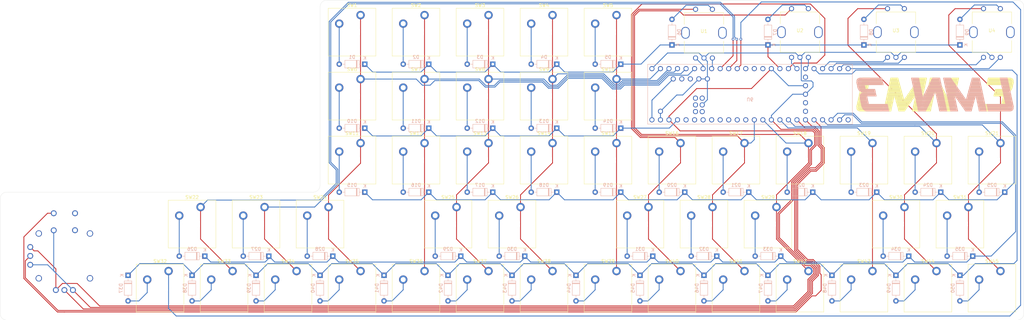
<source format=kicad_pcb>
(kicad_pcb (version 20211014) (generator pcbnew)
  (layers (0 "F.Cu" signal) (31 "B.Cu" signal) (34 "B.Paste" user) (35 "F.Paste" user) (36 "B.SilkS" user "B.Silkscreen") (37 "F.SilkS" user "F.Silkscreen") (38 "B.Mask" user) (39 "F.Mask" user) (44 "Edge.Cuts" user))
  (net 0 "")
  (net 1 "row_0")
  (net 2 "Net-(D1-Pad2)")
  (net 3 "Net-(D2-Pad2)")
  (net 4 "Net-(D3-Pad2)")
  (net 5 "Net-(D4-Pad2)")
  (net 6 "Net-(D5-Pad2)")
  (net 7 "Net-(D6-Pad2)")
  (net 8 "Net-(D7-Pad2)")
  (net 9 "Net-(D8-Pad2)")
  (net 10 "Net-(D9-Pad2)")
  (net 11 "row_1")
  (net 12 "Net-(D10-Pad2)")
  (net 13 "Net-(D11-Pad2)")
  (net 14 "Net-(D12-Pad2)")
  (net 15 "Net-(D13-Pad2)")
  (net 16 "Net-(D14-Pad2)")
  (net 17 "row_2")
  (net 18 "Net-(D15-Pad2)")
  (net 19 "Net-(D16-Pad2)")
  (net 20 "Net-(D17-Pad2)")
  (net 21 "Net-(D18-Pad2)")
  (net 22 "Net-(D19-Pad2)")
  (net 23 "Net-(D20-Pad2)")
  (net 24 "Net-(D21-Pad2)")
  (net 25 "Net-(D22-Pad2)")
  (net 26 "Net-(D23-Pad2)")
  (net 27 "Net-(D24-Pad2)")
  (net 28 "Net-(D25-Pad2)")
  (net 29 "row_3")
  (net 30 "Net-(D26-Pad2)")
  (net 31 "Net-(D27-Pad2)")
  (net 32 "Net-(D28-Pad2)")
  (net 33 "Net-(D29-Pad2)")
  (net 34 "Net-(D30-Pad2)")
  (net 35 "Net-(D31-Pad2)")
  (net 36 "Net-(D32-Pad2)")
  (net 37 "Net-(D33-Pad2)")
  (net 38 "Net-(D34-Pad2)")
  (net 39 "Net-(D35-Pad2)")
  (net 40 "row_4")
  (net 41 "Net-(D37-Pad2)")
  (net 42 "Net-(D38-Pad2)")
  (net 43 "Net-(D39-Pad2)")
  (net 44 "Net-(D40-Pad2)")
  (net 45 "Net-(D41-Pad2)")
  (net 46 "Net-(D42-Pad2)")
  (net 47 "Net-(D43-Pad2)")
  (net 48 "Net-(D44-Pad2)")
  (net 49 "Net-(D45-Pad2)")
  (net 50 "Net-(D46-Pad2)")
  (net 51 "Net-(D47-Pad2)")
  (net 52 "Net-(D48-Pad2)")
  (net 53 "Net-(D49-Pad2)")
  (net 54 "Net-(D50-Pad2)")
  (net 55 "col_4")
  (net 56 "col_5")
  (net 57 "col_6")
  (net 58 "col_7")
  (net 59 "col_8")
  (net 60 "col_9")
  (net 61 "col_10")
  (net 62 "col_11")
  (net 63 "col_12")
  (net 64 "col_13")
  (net 65 "col_2")
  (net 66 "col_3")
  (net 67 "col_1")
  (net 68 "GND")
  (net 69 "unconnected-(U6-Pad5V)")
  (net 84 "+3V3")
  (net 93 "38")
  (net 94 "39")
  (net 95 "SEL")
  (net 96 "31")
  (net 97 "32")
  (net 98 "29")
  (net 99 "30")
  (net 100 "26")
  (net 101 "27")
  (net 102 "6")
  (net 103 "5")
  (net 104 "col_0")
  (footprint "Switch_Keyboard_Cherry_MX:SW_Cherry_MX_PCB_1.00u" (layer "F.Cu") (at 247.65 114.3)
    (fp_text reference "SW41")
    (fp_text value "SW_Push")
  )
  (footprint "Switch_Keyboard_Cherry_MX:SW_Cherry_MX_PCB_1.00u" (layer "F.Cu") (at 133.35 114.3)
    (fp_text reference "SW35")
    (fp_text value "SW_Push")
  )
  (footprint "Switch_Keyboard_Cherry_MX:SW_Cherry_MX_PCB_1.00u" (layer "F.Cu") (at 161.925 95.25)
    (fp_text reference "SW25")
    (fp_text value "SW_Push")
  )
  (footprint "Switch_Keyboard_Cherry_MX:SW_Cherry_MX_PCB_1.00u" (layer "F.Cu") (at 228.6 76.2)
    (fp_text reference "SW16")
    (fp_text value "SW_Push")
  )
  (footprint "LMN:EC11E_H20" (layer "F.Cu") (at 266.7 38.1)
    (fp_text reference "U2")
    (fp_text value "EC11E_H20")
  )
  (footprint "Switch_Keyboard_Cherry_MX:SW_Cherry_MX_PCB_1.00u" (layer "F.Cu") (at 190.5 114.3)
    (fp_text reference "SW38")
    (fp_text value "SW_Push")
  )
  (footprint "Switch_Keyboard_Cherry_MX:SW_Cherry_MX_PCB_1.00u" (layer "F.Cu") (at 152.4 38.1)
    (fp_text reference "SW2")
    (fp_text value "SW_Push")
  )
  (footprint "LMN:Mounting_Hole" (layer "F.Cu") (at 47.71525 104.7115 90)
    (fp_text reference "REF**" hide)
    (fp_text value "Mounting Hole")
  )
  (footprint "Switch_Keyboard_Cherry_MX:SW_Cherry_MX_PCB_1.00u" (layer "F.Cu") (at 285.75 114.3)
    (fp_text reference "SW43")
    (fp_text value "SW_Push")
  )
  (footprint "Switch_Keyboard_Cherry_MX:SW_Cherry_MX_PCB_1.00u" (layer "F.Cu") (at 152.4 114.3)
    (fp_text reference "SW36")
    (fp_text value "SW_Push")
  )
  (footprint "Switch_Keyboard_Cherry_MX:SW_Cherry_MX_PCB_1.00u" (layer "F.Cu") (at 133.35 76.2)
    (fp_text reference "SW11")
    (fp_text value "SW_Push")
  )
  (footprint "Switch_Keyboard_Cherry_MX:SW_Cherry_MX_PCB_1.00u" (layer "F.Cu") (at 95.25 114.3)
    (fp_text reference "SW33")
    (fp_text value "SW_Push")
  )
  (footprint "LMN:EC11E_H20" (layer "F.Cu") (at 238.125 38.2905)
    (fp_text reference "U1")
    (fp_text value "EC11E_H20")
  )
  (footprint "LMN:Mounting_Hole" (layer "F.Cu") (at 307.18125 38.1 90)
    (fp_text reference "REF**" hide)
    (fp_text value "Mounting Hole")
  )
  (footprint "Switch_Keyboard_Cherry_MX:SW_Cherry_MX_PCB_1.00u" (layer "F.Cu") (at 304.8 114.3)
    (fp_text reference "SW44")
    (fp_text value "SW_Push")
  )
  (footprint "Switch_Keyboard_Cherry_MX:SW_Cherry_MX_PCB_1.00u" (layer "F.Cu") (at 85.725 95.25)
    (fp_text reference "SW22")
    (fp_text value "SW_Push")
  )
  (footprint "Switch_Keyboard_Cherry_MX:SW_Cherry_MX_PCB_1.00u" (layer "F.Cu") (at 171.45 114.3)
    (fp_text reference "SW37")
    (fp_text value "SW_Push")
  )
  (footprint "Switch_Keyboard_Cherry_MX:SW_Cherry_MX_PCB_1.00u" (layer "F.Cu") (at 104.775 95.25)
    (fp_text reference "SW23")
    (fp_text value "SW_Push")
  )
  (footprint "Switch_Keyboard_Cherry_MX:SW_Cherry_MX_PCB_1.00u" (layer "F.Cu") (at 209.55 38.1)
    (fp_text reference "SW5")
    (fp_text value "SW_Push")
  )
  (footprint "Switch_Keyboard_Cherry_MX:SW_Cherry_MX_PCB_1.00u" (layer "F.Cu") (at 133.35 38.1)
    (fp_text reference "SW1")
    (fp_text value "SW_Push")
  )
  (footprint "Switch_Keyboard_Cherry_MX:SW_Cherry_MX_PCB_1.00u" (layer "F.Cu") (at 171.45 38.1)
    (fp_text reference "SW3")
    (fp_text value "SW_Push")
  )
  (footprint "Switch_Keyboard_Cherry_MX:SW_Cherry_MX_PCB_1.00u" (layer "F.Cu") (at 285.75 76.2)
    (fp_text reference "SW19")
    (fp_text value "SW_Push")
  )
  (footprint "LMN:EC11E_H20" (layer "F.Cu") (at 295.275 38.1)
    (fp_text reference "U3")
    (fp_text value "EC11E_H20")
  )
  (footprint "Switch_Keyboard_Cherry_MX:SW_Cherry_MX_PCB_1.00u" (layer "F.Cu") (at 171.45 57.15)
    (fp_text reference "SW8")
    (fp_text value "SW_Push")
  )
  (footprint "Switch_Keyboard_Cherry_MX:SW_Cherry_MX_PCB_1.00u" (layer "F.Cu") (at 190.5 57.15)
    (fp_text reference "SW9")
    (fp_text value "SW_Push")
  )
  (footprint "Switch_Keyboard_Cherry_MX:SW_Cherry_MX_PCB_1.00u" (layer "F.Cu") (at 133.35 57.15)
    (fp_text reference "SW6")
    (fp_text value "SW_Push")
  )
  (footprint "Switch_Keyboard_Cherry_MX:SW_Cherry_MX_PCB_1.00u" (layer "F.Cu") (at 247.65 76.2)
    (fp_text reference "SW17")
    (fp_text value "SW_Push")
  )
  (footprint "Switch_Keyboard_Cherry_MX:SW_Cherry_MX_PCB_1.00u" (layer "F.Cu") (at 171.45 76.2)
    (fp_text reference "SW13")
    (fp_text value "SW_Push")
  )
  (footprint "Switch_Keyboard_Cherry_MX:SW_Cherry_MX_PCB_1.00u" (layer "F.Cu") (at 314.325 95.25)
    (fp_text reference "SW31")
    (fp_text value "SW_Push")
  )
  (footprint "Switch_Keyboard_Cherry_MX:SW_Cherry_MX_PCB_1.00u" (layer "F.Cu") (at 180.975 95.25)
    (fp_text reference "SW26")
    (fp_text value "SW_Push")
  )
  (footprint "LMN:COM-09032" (layer "F.Cu") (at 47.71525 104.7115)
    (fp_text reference "U5")
    (fp_text value "COM-09032")
  )
  (footprint "LMN:Mounting_Hole" (layer "F.Cu") (at 142.875 76.2 90)
    (fp_text reference "REF**" hide)
    (fp_text value "Mounting Hole")
  )
  (footprint "Switch_Keyboard_Cherry_MX:SW_Cherry_MX_PCB_1.00u" (layer "F.Cu") (at 190.5 76.2)
    (fp_text reference "SW14")
    (fp_text value "SW_Push")
  )
  (footprint "Switch_Keyboard_Cherry_MX:SW_Cherry_MX_PCB_1.00u" (layer "F.Cu") (at 209.55 76.2)
    (fp_text reference "SW15")
    (fp_text value "SW_Push")
  )
  (footprint "Switch_Keyboard_Cherry_MX:SW_Cherry_MX_PCB_1.00u" (layer "F.Cu") (at 228.6 114.3)
    (fp_text reference "SW40")
    (fp_text value "SW_Push")
  )
  (footprint "Switch_Keyboard_Cherry_MX:SW_Cherry_MX_PCB_1.00u" (layer "F.Cu") (at 304.8 76.2)
    (fp_text reference "SW20")
    (fp_text value "SW_Push")
  )
  (footprint "LMN:Mounting_Hole" (layer "F.Cu") (at 200.025 76.2 90)
    (fp_text reference "REF**" hide)
    (fp_text value "Mounting Hole")
  )
  (footprint "Switch_Keyboard_Cherry_MX:SW_Cherry_MX_PCB_1.00u" (layer "F.Cu") (at 209.55 114.3)
    (fp_text reference "SW39")
    (fp_text value "SW_Push")
  )
  (footprint "LMN:Mounting_Hole" (layer "F.Cu") (at 326.23125 95.25 -90)
    (fp_text reference "REF**" hide)
    (fp_text value "Mounting Hole")
  )
  (footprint "Switch_Keyboard_Cherry_MX:SW_Cherry_MX_PCB_1.00u" (layer "F.Cu") (at 295.275 95.25)
    (fp_text reference "SW30")
    (fp_text value "SW_Push")
  )
  (footprint "Switch_Keyboard_Cherry_MX:SW_Cherry_MX_PCB_1.00u" (layer "F.Cu") (at 238.125 95.25)
    (fp_text reference "SW28")
    (fp_text value "SW_Push")
  )
  (footprint "Switch_Keyboard_Cherry_MX:SW_Cherry_MX_PCB_1.00u" (layer "F.Cu") (at 114.3 114.3)
    (fp_text reference "SW34")
    (fp_text value "SW_Push")
  )
  (footprint "Switch_Keyboard_Cherry_MX:SW_Cherry_MX_PCB_1.00u" (layer "F.Cu") (at 266.7 114.3)
    (fp_text reference "SW42")
    (fp_text value "SW_Push")
  )
  (footprint "Switch_Keyboard_Cherry_MX:SW_Cherry_MX_PCB_1.00u" (layer "F.Cu") (at 152.4 57.15)
    (fp_text reference "SW7")
    (fp_text value "SW_Push")
  )
  (footprint "Switch_Keyboard_Cherry_MX:SW_Cherry_MX_PCB_1.00u" (layer "F.Cu") (at 257.175 95.25)
    (fp_text reference "SW29")
    (fp_text value "SW_Push")
  )
  (footprint "Switch_Keyboard_Cherry_MX:SW_Cherry_MX_PCB_1.00u" (layer "F.Cu") (at 76.2 114.3)
    (fp_text reference "SW32")
    (fp_text value "SW_Push")
  )
  (footprint "Switch_Keyboard_Cherry_MX:SW_Cherry_MX_PCB_1.00u" (layer "F.Cu") (at 190.5 38.1)
    (fp_text reference "SW4")
    (fp_text value "SW_Push")
  )
  (footprint "Switch_Keyboard_Cherry_MX:SW_Cherry_MX_PCB_1.00u" (layer "F.Cu") (at 152.4 76.2)
    (fp_text reference "SW12")
    (fp_text value "SW_Push")
  )
  (footprint "Switch_Keyboard_Cherry_MX:SW_Cherry_MX_PCB_1.00u" (layer "F.Cu") (at 266.7 76.2)
    (fp_text reference "SW18")
    (fp_text value "SW_Push")
  )
  (footprint "Switch_Keyboard_Cherry_MX:SW_Cherry_MX_PCB_1.00u" (layer "F.Cu") (at 323.85 76.2)
    (fp_text reference "SW21")
    (fp_text value "SW_Push")
  )
  (footprint "Switch_Keyboard_Cherry_MX:SW_Cherry_MX_PCB_1.00u" (layer "F.Cu") (at 219.075 95.25)
    (fp_text reference "SW27")
    (fp_text value "SW_Push")
  )
  (footprint "LMN:EC11E_H20" (layer "F.Cu") (at 323.85 38.1)
    (fp_text reference "U4")
    (fp_text value "EC11E_H20")
  )
  (footprint "Switch_Keyboard_Cherry_MX:SW_Cherry_MX_PCB_1.00u" (layer "F.Cu") (at 123.825 95.25)
    (fp_text reference "SW24")
    (fp_text value "SW_Push")
  )
  (footprint "Switch_Keyboard_Cherry_MX:SW_Cherry_MX_PCB_1.00u" (layer "F.Cu") (at 209.55 57.15)
    (fp_text reference "SW10")
    (fp_text value "SW_Push")
  )
  (footprint "LMN:Mounting_Hole" (layer "F.Cu") (at 142.875 38.1 90)
    (fp_text reference "REF**" hide)
    (fp_text value "Mounting Hole")
  )
  (footprint "Switch_Keyboard_Cherry_MX:SW_Cherry_MX_PCB_1.00u" (layer "F.Cu") (at 323.85 114.3)
    (fp_text reference "SW45")
    (fp_text value "SW_Push")
  )
  (footprint "Diode_THT:D_DO-35_SOD27_P7.62mm_Horizontal" (layer "B.Cu") (at 276.225 110.49 -90)
    (fp_text reference "D48")
    (fp_text value "1N4148")
  )
  (footprint "Diode_THT:D_DO-35_SOD27_P7.62mm_Horizontal" (layer "B.Cu") (at 257.175 110.49 -90)
    (fp_text reference "D47")
    (fp_text value "1N4148")
  )
  (footprint "Diode_THT:D_DO-35_SOD27_P7.62mm_Horizontal" (layer "B.Cu") (at 142.875 110.49 -90)
    (fp_text reference "D41")
    (fp_text value "1N4148")
  )
  (footprint "Diode_THT:D_DO-35_SOD27_P7.62mm_Horizontal" (layer "B.Cu") (at 251.46 85.725 180)
    (fp_text reference "D21")
    (fp_text value "1N4148")
  )
  (footprint "Diode_THT:D_DO-35_SOD27_P7.62mm_Horizontal" (layer "B.Cu") (at 314.325 110.49 -90)
    (fp_text reference "D50")
    (fp_text value "1N4148")
  )
  (footprint "Diode_THT:D_DO-35_SOD27_P7.62mm_Horizontal" (layer "B.Cu") (at 184.785 104.775 180)
    (fp_text reference "D30")
    (fp_text value "1N4148")
  )
  (footprint "Diode_THT:D_DO-35_SOD27_P7.62mm_Horizontal" (layer "B.Cu") (at 228.6 41.91 90)
    (fp_text reference "D6")
    (fp_text value "1N4148")
  )
  (footprint "Diode_THT:D_DO-35_SOD27_P7.62mm_Horizontal" (layer "B.Cu") (at 299.085 104.775 180)
    (fp_text reference "D34")
    (fp_text value "1N4148")
  )
  (footprint "Diode_THT:D_DO-35_SOD27_P7.62mm_Horizontal" (layer "B.Cu") (at 327.66 85.725 180)
    (fp_text reference "D25")
    (fp_text value "1N4148")
  )
  (footprint "LMN:teensy_4.1" (layer "B.Cu") (at 251.841 59.1185)
    (fp_text reference "U6")
    (fp_text value "teensy_4.1")
  )
  (footprint "Diode_THT:D_DO-35_SOD27_P7.62mm_Horizontal" (layer "B.Cu") (at 165.735 104.775 180)
    (fp_text reference "D29")
    (fp_text value "1N4148")
  )
  (footprint "Diode_THT:D_DO-35_SOD27_P7.62mm_Horizontal" (layer "B.Cu") (at 314.325 41.91 90)
    (fp_text reference "D9")
    (fp_text value "1N4148")
  )
  (footprint "Diode_THT:D_DO-35_SOD27_P7.62mm_Horizontal" (layer "B.Cu") (at 104.775 110.49 -90)
    (fp_text reference "D39")
    (fp_text value "1N4148")
  )
  (footprint "Diode_THT:D_DO-35_SOD27_P7.62mm_Horizontal" (layer "B.Cu") (at 194.31 85.725 180)
    (fp_text reference "D18")
    (fp_text value "1N4148")
  )
  (footprint "Diode_THT:D_DO-35_SOD27_P7.62mm_Horizontal" (layer "B.Cu") (at 127.635 104.775 180)
    (fp_text reference "D28")
    (fp_text value "1N4148")
  )
  (footprint "Diode_THT:D_DO-35_SOD27_P7.62mm_Horizontal" (layer "B.Cu") (at 260.985 104.775 180)
    (fp_text reference "D33")
    (fp_text value "1N4148")
  )
  (footprint "Diode_THT:D_DO-35_SOD27_P7.62mm_Horizontal" (layer "B.Cu") (at 257.175 41.91 90)
    (fp_text reference "D7")
    (fp_text value "1N4148")
  )
  (footprint "Diode_THT:D_DO-35_SOD27_P7.62mm_Horizontal" (layer "B.Cu") (at 175.26 66.675 180)
    (fp_text reference "D12")
    (fp_text value "1N4148")
  )
  (footprint "Diode_THT:D_DO-35_SOD27_P7.62mm_Horizontal" (layer "B.Cu") (at 156.21 47.625 180)
    (fp_text reference "D2")
    (fp_text value "1N4148")
  )
  (footprint "Diode_THT:D_DO-35_SOD27_P7.62mm_Horizontal" (layer "B.Cu") (at 238.125 110.49 -90)
    (fp_text reference "D46")
    (fp_text value "1N4148")
  )
  (footprint "Diode_THT:D_DO-35_SOD27_P7.62mm_Horizontal" (layer "B.Cu") (at 66.675 110.49 -90)
    (fp_text reference "D37")
    (fp_text value "1N4148")
  )
  (footprint "Diode_THT:D_DO-35_SOD27_P7.62mm_Horizontal" (layer "B.Cu") (at 289.56 85.725 180)
    (fp_text reference "D23")
    (fp_text value "1N4148")
  )
  (footprint "Diode_THT:D_DO-35_SOD27_P7.62mm_Horizontal" (layer "B.Cu") (at 194.31 47.625 180)
    (fp_text reference "D4")
    (fp_text value "1N4148")
  )
  (footprint "Diode_THT:D_DO-35_SOD27_P7.62mm_Horizontal" (layer "B.Cu") (at 156.21 85.725 180)
    (fp_text reference "D16")
    (fp_text value "1N4148")
  )
  (footprint "Diode_THT:D_DO-35_SOD27_P7.62mm_Horizontal" (layer "B.Cu") (at 232.41 85.725 180)
    (fp_text reference "D20")
    (fp_text value "1N4148")
  )
  (footprint "Diode_THT:D_DO-35_SOD27_P7.62mm_Horizontal" (layer "B.Cu") (at 308.61 85.725 180)
    (fp_text reference "D24")
    (fp_text value "1N4148")
  )
  (footprint "Diode_THT:D_DO-35_SOD27_P7.62mm_Horizontal" (layer "B.Cu") (at 194.31 66.675 180)
    (fp_text reference "D13")
    (fp_text value "1N4148")
  )
  (footprint "Diode_THT:D_DO-35_SOD27_P7.62mm_Horizontal" (layer "B.Cu") (at 213.36 47.625 180)
    (fp_text reference "D5")
    (fp_text value "1N4148")
  )
  (footprint "Diode_THT:D_DO-35_SOD27_P7.62mm_Horizontal" (layer "B.Cu") (at 285.75 41.91 90)
    (fp_text reference "D8")
    (fp_text value "1N4148")
  )
  (footprint "Diode_THT:D_DO-35_SOD27_P7.62mm_Horizontal" (layer "B.Cu") (at 137.16 66.675 180)
    (fp_text reference "D10")
    (fp_text value "1N4148")
  )
  (footprint "Diode_THT:D_DO-35_SOD27_P7.62mm_Horizontal" (layer "B.Cu") (at 213.36 85.725 180)
    (fp_text reference "D19")
    (fp_text value "1N4148")
  )
  (footprint "Diode_THT:D_DO-35_SOD27_P7.62mm_Horizontal" (layer "B.Cu") (at 200.025 110.49 -90)
    (fp_text reference "D44")
    (fp_text value "1N4148")
  )
  (footprint "Diode_THT:D_DO-35_SOD27_P7.62mm_Horizontal" (layer "B.Cu") (at 295.275 110.49 -90)
    (fp_text reference "D49")
    (fp_text value "1N4148")
  )
  (footprint "Diode_THT:D_DO-35_SOD27_P7.62mm_Horizontal" (layer "B.Cu") (at 222.885 104.775 180)
    (fp_text reference "D31")
    (fp_text value "1N4148")
  )
  (footprint "Diode_THT:D_DO-35_SOD27_P7.62mm_Horizontal" (layer "B.Cu") (at 219.075 110.49 -90)
    (fp_text reference "D45")
    (fp_text value "1N4148")
  )
  (footprint "Diode_THT:D_DO-35_SOD27_P7.62mm_Horizontal" (layer "B.Cu") (at 161.925 110.49 -90)
    (fp_text reference "D42")
    (fp_text value "1N4148")
  )
  (footprint "Diode_THT:D_DO-35_SOD27_P7.62mm_Horizontal" (layer "B.Cu") (at 137.16 85.725 180)
    (fp_text reference "D15")
    (fp_text value "1N4148")
  )
  (footprint "Diode_THT:D_DO-35_SOD27_P7.62mm_Horizontal" (layer "B.Cu") (at 175.26 85.725 180)
    (fp_text reference "D17")
    (fp_text value "1N4148")
  )
  (footprint "Diode_THT:D_DO-35_SOD27_P7.62mm_Horizontal" (layer "B.Cu") (at 137.16 47.625 180)
    (fp_text reference "D1")
    (fp_text value "1N4148")
  )
  (footprint "Diode_THT:D_DO-35_SOD27_P7.62mm_Horizontal" (layer "B.Cu") (at 123.825 110.49 -90)
    (fp_text reference "D40")
    (fp_text value "1N4148")
  )
  (footprint "Diode_THT:D_DO-35_SOD27_P7.62mm_Horizontal" (layer "B.Cu") (at 241.935 104.775 180)
    (fp_text reference "D32")
    (fp_text value "1N4148")
  )
  (footprint "Diode_THT:D_DO-35_SOD27_P7.62mm_Horizontal" (layer "B.Cu") (at 213.36 66.675 180)
    (fp_text reference "D14")
    (fp_text value "1N4148")
  )
  (footprint "Diode_THT:D_DO-35_SOD27_P7.62mm_Horizontal" (layer "B.Cu") (at 85.725 110.49 -90)
    (fp_text reference "D38")
    (fp_text value "1N4148")
  )
  (footprint "Diode_THT:D_DO-35_SOD27_P7.62mm_Horizontal" (layer "B.Cu") (at 108.585 104.775 180)
    (fp_text reference "D27")
    (fp_text value "1N4148")
  )
  (footprint "Diode_THT:D_DO-35_SOD27_P7.62mm_Horizontal" (layer "B.Cu") (at 270.51 85.725 180)
    (fp_text reference "D22")
    (fp_text value "1N4148")
  )
  (footprint "Diode_THT:D_DO-35_SOD27_P7.62mm_Horizontal" (layer "B.Cu") (at 175.26 47.625 180)
    (fp_text reference "D3")
    (fp_text value "1N4148")
  )
  (footprint "Diode_THT:D_DO-35_SOD27_P7.62mm_Horizontal" (layer "B.Cu") (at 89.535 104.775 180)
    (fp_text reference "D26")
    (fp_text value "1N4148")
  )
  (footprint "Diode_THT:D_DO-35_SOD27_P7.62mm_Horizontal" (layer "B.Cu") (at 180.975 110.49 -90)
    (fp_text reference "D43")
    (fp_text value "1N4148")
  )
  (footprint "Diode_THT:D_DO-35_SOD27_P7.62mm_Horizontal" (layer "B.Cu") (at 156.21 66.675 180)
    (fp_text reference "D11")
    (fp_text value "1N4148")
  )
  (footprint "Diode_THT:D_DO-35_SOD27_P7.62mm_Horizontal" (layer "B.Cu") (at 318.135 104.775 180)
    (fp_text reference "D35")
    (fp_text value "1N4148")
  )
  (gr_poly (pts (xy 313.161985 59.330005) (xy 312.979986 58.490005) (xy 310.879986 58.490005) (xy 311.061985 59.330005) (xy 313.161985 59.330005)) (layer "B.SilkS") (width 0.264582) (fill solid))
  (gr_poly (pts (xy 314.449985 59.330005) (xy 318.313986 59.330005) (xy 318.537986 58.490005) (xy 313.861986 58.490005) (xy 314.449985 59.330005)) (layer "B.SilkS") (width 0.264582) (fill solid))
  (gr_poly (pts (xy 329.093964 61.570006) (xy 329.208206 61.566725) (xy 329.316433 61.556881) (xy 329.418644 61.540475) (xy 329.514839 61.517506) (xy 329.560681 61.503561) (xy 329.605019 61.487975) (xy 329.647853 61.470748) (xy 329.689183 61.451881) (xy 329.729009 61.431373) (xy 329.767331 61.409225) (xy 329.80415 61.385436) (xy 329.839464 61.360006) (xy 329.873275 61.332936) (xy 329.905581 61.304225) (xy 329.936384 61.273873) (xy 329.965683 61.241881) (xy 329.993478 61.208248) (xy 330.019769 61.172975) (xy 330.044556 61.136061) (xy 330.067839 61.097506) (xy 330.089618 61.057311) (xy 330.109894 61.015475) (xy 330.128665 60.971998) (xy 330.145933 60.926881) (xy 330.175956 60.831725) (xy 330.199964 60.730006) (xy 322.611964 60.730006) (xy 322.793964 61.570006) (xy 329.093964 61.570006)) (layer "B.SilkS") (width 0.264582) (fill solid))
  (gr_poly (pts (xy 321.701985 59.330005) (xy 321.519985 58.490005) (xy 319.419985 58.490005) (xy 319.601985 59.330005) (xy 321.701985 59.330005)) (layer "B.SilkS") (width 0.264582) (fill solid))
  (gr_poly (pts (xy 329.779964 58.210004) (xy 329.597964 57.370004) (xy 327.497964 57.370004) (xy 327.679964 58.210004) (xy 329.779964 58.210004)) (layer "B.SilkS") (width 0.264582) (fill solid))
  (gr_poly (pts (xy 312.139986 52.61) (xy 311.551987 51.769999) (xy 309.451986 51.769999) (xy 309.633985 52.61) (xy 312.139986 52.61)) (layer "B.SilkS") (width 0.264582) (fill solid))
  (gr_poly (pts (xy 310.151995 60.450006) (xy 309.969995 59.610005) (xy 307.869995 59.610005) (xy 308.051994 60.450006) (xy 310.151995 60.450006)) (layer "B.SilkS") (width 0.264582) (fill solid))
  (gr_poly (pts (xy 313.399984 60.450006) (xy 313.217985 59.610005) (xy 311.117985 59.610005) (xy 311.299984 60.450006) (xy 313.399984 60.450006)) (layer "B.SilkS") (width 0.264582) (fill solid))
  (gr_poly (pts (xy 328.589964 52.61) (xy 328.407964 51.769999) (xy 326.307964 51.769999) (xy 326.489964 52.61) (xy 328.589964 52.61)) (layer "B.SilkS") (width 0.264582) (fill solid))
  (gr_poly (pts (xy 320.511986 53.730001) (xy 320.329986 52.89) (xy 317.683986 52.89) (xy 317.459986 53.730001) (xy 320.511986 53.730001)) (layer "B.SilkS") (width 0.264582) (fill solid))
  (gr_poly (pts (xy 291.224035 52.61) (xy 291.042036 51.769999) (xy 284.742037 51.769999) (xy 284.627795 51.77328) (xy 284.519568 51.783124) (xy 284.417358 51.79953) (xy 284.321162 51.822499) (xy 284.275321 51.836444) (xy 284.230983 51.85203) (xy 284.188149 51.869257) (xy 284.146819 51.888124) (xy 284.106993 51.908632) (xy 284.06867 51.93078) (xy 284.031852 51.954569) (xy 283.996538 51.979999) (xy 283.962727 52.007069) (xy 283.93042 52.03578) (xy 283.899618 52.066132) (xy 283.870319 52.098124) (xy 283.842524 52.131757) (xy 283.816233 52.16703) (xy 283.791446 52.203945) (xy 283.768163 52.242499) (xy 283.746383 52.282695) (xy 283.726108 52.324531) (xy 283.707336 52.368007) (xy 283.690069 52.413125) (xy 283.660045 52.508281) (xy 283.636038 52.61) (xy 291.224035 52.61)) (layer "B.SilkS") (width 0.264582) (fill solid))
  (gr_poly (pts (xy 305.769995 58.210004) (xy 306.189995 57.370004) (xy 303.389996 57.370004) (xy 303.249996 57.650004) (xy 303.193996 57.370004) (xy 301.093996 57.370004) (xy 301.275995 58.210004) (xy 305.769995 58.210004)) (layer "B.SilkS") (width 0.264582) (fill solid))
  (gr_poly (pts (xy 316.017983 61.570006) (xy 317.697984 61.570006) (xy 317.921984 60.730006) (xy 315.429983 60.730006) (xy 316.017983 61.570006)) (layer "B.SilkS") (width 0.264582) (fill solid))
  (gr_poly (pts (xy 312.923984 58.210004) (xy 312.741985 57.370004) (xy 310.641985 57.370004) (xy 310.823984 58.210004) (xy 312.923984 58.210004)) (layer "B.SilkS") (width 0.264582) (fill solid))
  (gr_poly (pts (xy 302.661997 54.850001) (xy 302.479998 54.010001) (xy 300.379997 54.010001) (xy 300.561996 54.850001) (xy 302.661997 54.850001)) (layer "B.SilkS") (width 0.264582) (fill solid))
  (gr_poly (pts (xy 329.065964 54.850001) (xy 328.883964 54.010001) (xy 326.783964 54.010001) (xy 326.965964 54.850001) (xy 329.065964 54.850001)) (layer "B.SilkS") (width 0.264582) (fill solid))
  (gr_poly (pts (xy 306.343994 57.090003) (xy 306.749994 56.250003) (xy 303.949995 56.250003) (xy 303.543995 57.090003) (xy 306.343994 57.090003)) (layer "B.SilkS") (width 0.264582) (fill solid))
  (gr_poly (pts (xy 304.089994 61.570006) (xy 304.509994 60.730006) (xy 301.807995 60.730006) (xy 301.989994 61.570006) (xy 304.089994 61.570006)) (layer "B.SilkS") (width 0.264582) (fill solid))
  (gr_poly (pts (xy 313.637983 61.570006) (xy 313.455984 60.730006) (xy 311.355984 60.730006) (xy 311.537983 61.570006) (xy 313.637983 61.570006)) (layer "B.SilkS") (width 0.264582) (fill solid))
  (gr_poly (pts (xy 321.939984 60.450006) (xy 321.757984 59.610005) (xy 319.657984 59.610005) (xy 319.839984 60.450006) (xy 321.939984 60.450006)) (layer "B.SilkS") (width 0.264582) (fill solid))
  (gr_poly (pts (xy 286.814032 58.21) (xy 286.632032 57.37) (xy 284.560034 57.37) (xy 284.560252 57.3805) (xy 284.560909 57.391) (xy 284.562002 57.4015) (xy 284.563533 57.412) (xy 284.565502 57.4225) (xy 284.567908 57.433) (xy 284.570752 57.4435) (xy 284.574034 57.454) (xy 284.574034 57.509999) (xy 284.574088 57.513554) (xy 284.574252 57.517218) (xy 284.574526 57.520992) (xy 284.574908 57.524875) (xy 284.575401 57.528867) (xy 284.576002 57.532968) (xy 284.576713 57.537179) (xy 284.577533 57.541499) (xy 284.579502 57.550468) (xy 284.581908 57.559874) (xy 284.584752 57.569718) (xy 284.588034 57.579999) (xy 284.588034 57.649999) (xy 284.714033 58.209998) (xy 286.814032 58.21)) (layer "B.SilkS") (width 0.264582) (fill solid))
  (gr_poly (pts (xy 312.923986 53.730001) (xy 312.335987 52.89) (xy 309.689987 52.89) (xy 309.871986 53.730001) (xy 312.923986 53.730001)) (layer "B.SilkS") (width 0.264582) (fill solid))
  (gr_poly (pts (xy 308.485998 52.61) (xy 308.303999 51.769999) (xy 306.203999 51.769999) (xy 305.783998 52.61) (xy 308.485998 52.61)) (layer "B.SilkS") (width 0.264582) (fill solid))
  (gr_poly (pts (xy 305.209995 59.330005) (xy 305.629995 58.490005) (xy 301.331995 58.490005) (xy 301.513994 59.330005) (xy 305.209995 59.330005)) (layer "B.SilkS") (width 0.264582) (fill solid))
  (gr_poly (pts (xy 302.185999 52.61) (xy 302.004 51.769999) (xy 299.903999 51.769999) (xy 300.085998 52.61) (xy 302.185999 52.61)) (layer "B.SilkS") (width 0.264582) (fill solid))
  (gr_poly (pts (xy 328.827964 53.730001) (xy 328.645964 52.89) (xy 326.545964 52.89) (xy 326.727964 53.730001) (xy 328.827964 53.730001)) (layer "B.SilkS") (width 0.264582) (fill solid))
  (gr_poly (pts (xy 304.649996 60.450006) (xy 305.069996 59.610005) (xy 301.569996 59.610005) (xy 301.751995 60.450006) (xy 304.649996 60.450006)) (layer "B.SilkS") (width 0.264582) (fill solid))
  (gr_poly (pts (xy 308.723997 53.730001) (xy 308.541998 52.89) (xy 305.643997 52.89) (xy 305.223997 53.730001) (xy 308.723997 53.730001)) (layer "B.SilkS") (width 0.264582) (fill solid))
  (gr_poly (pts (xy 310.389994 61.570006) (xy 310.207994 60.730006) (xy 308.107994 60.730006) (xy 308.289993 61.570006) (xy 310.389994 61.570006)) (layer "B.SilkS") (width 0.264582) (fill solid))
  (gr_poly (pts (xy 322.177983 61.570006) (xy 321.995983 60.730006) (xy 319.895983 60.730006) (xy 320.077983 61.570006) (xy 322.177983 61.570006)) (layer "B.SilkS") (width 0.264582) (fill solid))
  (gr_poly (pts (xy 329.541964 57.090003) (xy 329.359964 56.250003) (xy 327.259964 56.250003) (xy 327.441964 57.090003) (xy 329.541964 57.090003)) (layer "B.SilkS") (width 0.264582) (fill solid))
  (gr_poly (pts (xy 309.913996 59.330005) (xy 309.731996 58.490005) (xy 307.631996 58.490005) (xy 307.813995 59.330005) (xy 309.913996 59.330005)) (layer "B.SilkS") (width 0.264582) (fill solid))
  (gr_poly (pts (xy 285.134031 60.170001) (xy 285.13425 60.180501) (xy 285.134906 60.191001) (xy 285.136 60.201501) (xy 285.137531 60.212001) (xy 285.139499 60.222501) (xy 285.141906 60.233001) (xy 285.14475 60.243501) (xy 285.148031 60.254001) (xy 285.176031 60.31) (xy 285.176086 60.313446) (xy 285.17625 60.316782) (xy 285.176523 60.320009) (xy 285.176906 60.323126) (xy 285.177398 60.326134) (xy 285.177999 60.329032) (xy 285.17871 60.331821) (xy 285.179531 60.334501) (xy 285.18046 60.337071) (xy 285.181499 60.339532) (xy 285.182648 60.341884) (xy 285.183905 60.344126) (xy 285.185273 60.346258) (xy 285.186749 60.348282) (xy 285.188335 60.350196) (xy 285.190031 60.352) (xy 285.190086 60.3555) (xy 285.19025 60.359) (xy 285.190523 60.3625) (xy 285.190906 60.366) (xy 285.191398 60.3695) (xy 285.191999 60.373) (xy 285.19271 60.3765) (xy 285.19353 60.38) (xy 285.19446 60.3835) (xy 285.195499 60.387) (xy 285.196648 60.3905) (xy 285.197905 60.394) (xy 285.199273 60.3975) (xy 285.200749 60.401) (xy 285.202335 60.4045) (xy 285.204031 60.408) (xy 285.204086 60.409805) (xy 285.20425 60.411719) (xy 285.204523 60.413742) (xy 285.204906 60.415875) (xy 285.205398 60.418117) (xy 285.205999 60.420468) (xy 285.20671 60.422929) (xy 285.20753 60.425499) (xy 285.20846 60.428179) (xy 285.209499 60.430968) (xy 285.210648 60.433867) (xy 285.211905 60.436875) (xy 285.213273 60.439992) (xy 285.214749 60.443218) (xy 285.216335 60.446554) (xy 285.218031 60.45) (xy 292.890032 60.45) (xy 292.708033 59.61) (xy 285.008032 59.61) (xy 285.134031 60.170001)) (layer "B.SilkS") (width 0.264582) (fill solid))
  (gr_poly (pts (xy 318.621984 58.210004) (xy 318.845984 57.370004) (xy 316.465984 57.370004) (xy 316.241984 58.210004) (xy 318.621984 58.210004)) (layer "B.SilkS") (width 0.264582) (fill solid))
  (gr_poly (pts (xy 289.376032 57.089999) (xy 289.194033 56.249999) (xy 285.694033 56.249999) (xy 285.579791 56.25328) (xy 285.471564 56.263124) (xy 285.369354 56.27953) (xy 285.273158 56.302499) (xy 285.227317 56.316445) (xy 285.182979 56.33203) (xy 285.140145 56.349257) (xy 285.098815 56.368124) (xy 285.058989 56.388632) (xy 285.020666 56.410781) (xy 284.983848 56.43457) (xy 284.948533 56.459999) (xy 284.914723 56.48707) (xy 284.882416 56.515781) (xy 284.851614 56.546132) (xy 284.822315 56.578124) (xy 284.79452 56.611757) (xy 284.768229 56.647031) (xy 284.743442 56.683945) (xy 284.720158 56.722499) (xy 284.698379 56.762695) (xy 284.678104 56.804531) (xy 284.659332 56.848007) (xy 284.642065 56.893124) (xy 284.612041 56.988281) (xy 284.588034 57.089999) (xy 289.376032 57.089999)) (layer "B.SilkS") (width 0.264582) (fill solid))
  (gr_poly (pts (xy 312.685985 57.090003) (xy 312.601986 56.670003) (xy 312.895986 57.090003) (xy 315.275987 57.090003) (xy 314.673986 56.250003) (xy 310.403986 56.250003) (xy 310.585985 57.090003) (xy 312.685985 57.090003)) (layer "B.SilkS") (width 0.264582) (fill solid))
  (gr_poly (pts (xy 309.437994 57.090003) (xy 309.255995 56.250003) (xy 307.155994 56.250003) (xy 307.337994 57.090003) (xy 309.437994 57.090003)) (layer "B.SilkS") (width 0.264582) (fill solid))
  (gr_poly (pts (xy 330.227964 60.450006) (xy 330.227745 60.426381) (xy 330.227089 60.404506) (xy 330.225995 60.384381) (xy 330.224464 60.366006) (xy 330.222495 60.349381) (xy 330.220089 60.334506) (xy 330.217245 60.321381) (xy 330.215659 60.315475) (xy 330.213964 60.310006) (xy 330.213964 60.254006) (xy 330.210683 60.243506) (xy 330.207839 60.233006) (xy 330.205433 60.222507) (xy 330.203464 60.212007) (xy 330.201933 60.201507) (xy 330.200839 60.191007) (xy 330.200183 60.180507) (xy 330.199964 60.170007) (xy 330.073964 59.610007) (xy 322.373964 59.610007) (xy 322.555964 60.450007) (xy 330.227964 60.450006)) (layer "B.SilkS") (width 0.264582) (fill solid))
  (gr_poly (pts (xy 320.273986 52.61) (xy 320.091986 51.769999) (xy 317.991985 51.769999) (xy 317.767985 52.61) (xy 320.273986 52.61)) (layer "B.SilkS") (width 0.264582) (fill solid))
  (gr_poly (pts (xy 308.961996 54.850001) (xy 308.779997 54.010001) (xy 305.083998 54.010001) (xy 304.663998 54.850001) (xy 308.961996 54.850001)) (layer "B.SilkS") (width 0.264582) (fill solid))
  (gr_poly (pts (xy 330.017964 59.330005) (xy 329.835964 58.490005) (xy 327.735964 58.490005) (xy 327.917964 59.330005) (xy 330.017964 59.330005)) (layer "B.SilkS") (width 0.264582) (fill solid))
  (gr_poly (pts (xy 283.944033 54.570001) (xy 283.944142 54.57711) (xy 283.94447 54.584438) (xy 283.945017 54.591985) (xy 283.945783 54.59975) (xy 283.946767 54.607735) (xy 283.94797 54.615938) (xy 283.949392 54.62436) (xy 283.951033 54.633) (xy 283.954971 54.650938) (xy 283.959783 54.66975) (xy 283.96547 54.689438) (xy 283.972032 54.71) (xy 283.975533 54.717219) (xy 283.979033 54.724875) (xy 283.982533 54.732969) (xy 283.986032 54.7415) (xy 283.989532 54.750469) (xy 283.993032 54.759875) (xy 283.996532 54.769719) (xy 284.000032 54.78) (xy 284.003533 54.787219) (xy 284.007033 54.794875) (xy 284.010533 54.802969) (xy 284.014032 54.8115) (xy 284.017532 54.820468) (xy 284.021032 54.829875) (xy 284.024532 54.839718) (xy 284.028032 54.849999) (xy 286.100031 54.849999) (xy 285.918032 54.009999) (xy 283.818033 54.009999) (xy 283.944033 54.570001)) (layer "B.SilkS") (width 0.264582) (fill solid))
  (gr_poly (pts (xy 313.707986 54.850001) (xy 313.119986 54.010001) (xy 309.927986 54.010001) (xy 310.109985 54.850001) (xy 313.707986 54.850001)) (layer "B.SilkS") (width 0.264582) (fill solid))
  (gr_poly (pts (xy 285.35803 60.730001) (xy 285.426116 60.831719) (xy 285.497374 60.926875) (xy 285.571804 61.015469) (xy 285.610209 61.057305) (xy 285.649406 61.0975) (xy 285.689396 61.136055) (xy 285.73018 61.172969) (xy 285.771756 61.208243) (xy 285.814125 61.241875) (xy 285.857287 61.273868) (xy 285.901243 61.304219) (xy 285.945991 61.33293) (xy 285.991532 61.36) (xy 286.037866 61.38543) (xy 286.084993 61.409219) (xy 286.132913 61.431368) (xy 286.181626 61.451875) (xy 286.231132 61.470743) (xy 286.28143 61.487969) (xy 286.332522 61.503555) (xy 286.384407 61.517501) (xy 286.437085 61.529805) (xy 286.490555 61.540469) (xy 286.544819 61.549493) (xy 286.599876 61.556876) (xy 286.655725 61.562618) (xy 286.712368 61.566719) (xy 286.828031 61.570001) (xy 293.128031 61.570001) (xy 292.946032 60.730001) (xy 285.35803 60.730001)) (layer "B.SilkS") (width 0.264582) (fill solid))
  (gr_poly (pts (xy 321.463984 58.210004) (xy 321.281984 57.370004) (xy 319.181984 57.370004) (xy 319.363984 58.210004) (xy 321.463984 58.210004)) (layer "B.SilkS") (width 0.264582) (fill solid))
  (gr_poly (pts (xy 302.899996 55.970002) (xy 302.717997 55.130002) (xy 300.617996 55.130002) (xy 300.799995 55.970002) (xy 302.899996 55.970002)) (layer "B.SilkS") (width 0.264582) (fill solid))
  (gr_poly (pts (xy 314.491985 55.970002) (xy 313.903985 55.130002) (xy 310.165985 55.130002) (xy 310.347984 55.970002) (xy 314.491985 55.970002)) (layer "B.SilkS") (width 0.264582) (fill solid))
  (gr_poly (pts (xy 309.675995 58.210004) (xy 309.493996 57.370004) (xy 307.393995 57.370004) (xy 307.575994 58.210004) (xy 309.675995 58.210004)) (layer "B.SilkS") (width 0.264582) (fill solid))
  (gr_poly (pts (xy 287.05203 59.330001) (xy 286.870031 58.490001) (xy 284.770033 58.490001) (xy 284.952032 59.330001) (xy 287.05203 59.330001)) (layer "B.SilkS") (width 0.264582) (fill solid))
  (gr_poly (pts (xy 320.987986 55.970002) (xy 320.805985 55.130002) (xy 317.067985 55.130002) (xy 316.843985 55.970002) (xy 320.987986 55.970002)) (layer "B.SilkS") (width 0.264582) (fill solid))
  (gr_poly (pts (xy 329.303964 55.970002) (xy 329.121964 55.130002) (xy 327.021964 55.130002) (xy 327.203964 55.970002) (xy 329.303964 55.970002)) (layer "B.SilkS") (width 0.264582) (fill solid))
  (gr_poly (pts (xy 315.233984 60.450006) (xy 318.005984 60.450006) (xy 318.229984 59.610005) (xy 314.645985 59.610005) (xy 315.233984 60.450006)) (layer "B.SilkS") (width 0.264582) (fill solid))
  (gr_poly (pts (xy 306.903995 55.970002) (xy 307.043995 55.690002) (xy 307.099995 55.970002) (xy 309.199995 55.970002) (xy 309.017996 55.130002) (xy 304.523996 55.130002) (xy 304.103996 55.970002) (xy 306.903995 55.970002)) (layer "B.SilkS") (width 0.264582) (fill solid))
  (gr_poly (pts (xy 302.423998 53.730001) (xy 302.241999 52.89) (xy 300.141998 52.89) (xy 300.323997 53.730001) (xy 302.423998 53.730001)) (layer "B.SilkS") (width 0.264582) (fill solid))
  (gr_poly (pts (xy 320.749986 54.850001) (xy 320.567985 54.010001) (xy 317.375986 54.010001) (xy 317.151986 54.850001) (xy 320.749986 54.850001)) (layer "B.SilkS") (width 0.264582) (fill solid))
  (gr_poly (pts (xy 318.915985 57.090003) (xy 319.041985 56.670003) (xy 319.125985 57.090003) (xy 321.225985 57.090003) (xy 321.043984 56.250003) (xy 316.773985 56.250003) (xy 316.535985 57.090003) (xy 318.915985 57.090003)) (layer "B.SilkS") (width 0.264582) (fill solid))
  (gr_poly (pts (xy 284.168032 55.13) (xy 284.236118 55.231719) (xy 284.307376 55.326875) (xy 284.381806 55.415469) (xy 284.42021 55.457305) (xy 284.459407 55.4975) (xy 284.499398 55.536055) (xy 284.540181 55.572969) (xy 284.581757 55.608242) (xy 284.624127 55.641875) (xy 284.667289 55.673867) (xy 284.711244 55.704219) (xy 284.755992 55.73293) (xy 284.801533 55.76) (xy 284.847867 55.78543) (xy 284.894994 55.809219) (xy 284.942914 55.831367) (xy 284.991627 55.851875) (xy 285.041133 55.870742) (xy 285.091432 55.887969) (xy 285.142524 55.903555) (xy 285.194408 55.9175) (xy 285.247086 55.929805) (xy 285.300557 55.940469) (xy 285.35482 55.949492) (xy 285.409877 55.956875) (xy 285.465727 55.962617) (xy 285.522369 55.966719) (xy 285.638033 55.97) (xy 289.138033 55.97) (xy 288.956034 55.13) (xy 284.168032 55.13)) (layer "B.SilkS") (width 0.264582) (fill solid))
  (gr_poly (pts (xy 303.137995 57.090003) (xy 302.955995 56.250003) (xy 300.855995 56.250003) (xy 301.037994 57.090003) (xy 303.137995 57.090003)) (layer "B.SilkS") (width 0.264582) (fill solid))
  (gr_poly (pts (xy 291.462034 53.730001) (xy 291.280035 52.89) (xy 283.608034 52.89) (xy 283.608253 52.9005) (xy 283.608909 52.911) (xy 283.610002 52.9215) (xy 283.611534 52.932) (xy 283.613502 52.9425) (xy 283.615908 52.953) (xy 283.618752 52.9635) (xy 283.622034 52.974) (xy 283.622034 53.03) (xy 283.622089 53.033555) (xy 283.622253 53.037219) (xy 283.622526 53.040992) (xy 283.622909 53.044875) (xy 283.623401 53.048867) (xy 283.624002 53.052969) (xy 283.624713 53.05718) (xy 283.625534 53.0615) (xy 283.627502 53.070468) (xy 283.629908 53.079875) (xy 283.632752 53.089718) (xy 283.636034 53.099999) (xy 283.636034 53.169999) (xy 283.762033 53.729999) (xy 291.462034 53.730001)) (layer "B.SilkS") (width 0.264582) (fill solid))
  (gr_poly (pts (xy 313.665984 58.210004) (xy 316.045984 58.210004) (xy 315.457984 57.370004) (xy 313.077984 57.370004) (xy 313.665984 58.210004)) (layer "B.SilkS") (width 0.264582) (fill solid))
  (gr_poly (pts (xy 306.932003 55.970002) (xy 306.792003 55.690002) (xy 306.736003 55.970002) (xy 304.636003 55.970002) (xy 304.818002 55.130002) (xy 309.312002 55.130002) (xy 309.732002 55.970002) (xy 306.932003 55.970002)) (layer "F.SilkS") (width 0.264582) (fill solid))
  (gr_poly (pts (xy 284.056034 58.210004) (xy 284.238034 57.370004) (xy 286.338034 57.370004) (xy 286.156034 58.210004) (xy 284.056034 58.210004)) (layer "F.SilkS") (width 0.264582) (fill solid))
  (gr_poly (pts (xy 310.698003 57.090003) (xy 310.880003 56.250003) (xy 312.980003 56.250003) (xy 312.798004 57.090003) (xy 310.698003 57.090003)) (layer "F.SilkS") (width 0.264582) (fill solid))
  (gr_poly (pts (xy 293.562012 52.61) (xy 293.744012 51.769999) (xy 295.844013 51.769999) (xy 296.068013 52.61) (xy 293.562012 52.61)) (layer "F.SilkS") (width 0.264582) (fill solid))
  (gr_poly (pts (xy 300.436014 60.450006) (xy 300.618013 59.610005) (xy 302.718013 59.610005) (xy 302.536014 60.450006) (xy 300.436014 60.450006)) (layer "F.SilkS") (width 0.264582) (fill solid))
  (gr_poly (pts (xy 309.746004 61.570006) (xy 309.326004 60.730006) (xy 312.028003 60.730006) (xy 311.846004 61.570006) (xy 309.746004 61.570006)) (layer "F.SilkS") (width 0.264582) (fill solid))
  (gr_poly (pts (xy 297.818015 61.570006) (xy 296.138014 61.570006) (xy 295.914014 60.730006) (xy 298.406015 60.730006) (xy 297.818015 61.570006)) (layer "F.SilkS") (width 0.264582) (fill solid))
  (gr_poly (pts (xy 303.922002 59.330005) (xy 304.104002 58.490005) (xy 306.204002 58.490005) (xy 306.022003 59.330005) (xy 303.922002 59.330005)) (layer "F.SilkS") (width 0.264582) (fill solid))
  (gr_poly (pts (xy 285.008034 53.730001) (xy 285.190034 52.89) (xy 287.290034 52.89) (xy 287.108034 53.730001) (xy 285.008034 53.730001)) (layer "F.SilkS") (width 0.264582) (fill solid))
  (gr_poly (pts (xy 307.492004 57.090003) (xy 307.086004 56.250003) (xy 309.886003 56.250003) (xy 310.292003 57.090003) (xy 307.492004 57.090003)) (layer "F.SilkS") (width 0.264582) (fill solid))
  (gr_poly (pts (xy 301.150013 57.090003) (xy 301.234012 56.670003) (xy 300.940012 57.090003) (xy 298.560011 57.090003) (xy 299.162012 56.250003) (xy 303.432012 56.250003) (xy 303.250013 57.090003) (xy 301.150013 57.090003)) (layer "F.SilkS") (width 0.264582) (fill solid))
  (gr_poly (pts (xy 324.459966 57.089999) (xy 324.641965 56.249999) (xy 328.141965 56.249999) (xy 328.256207 56.25328) (xy 328.364434 56.263124) (xy 328.466644 56.27953) (xy 328.56284 56.302499) (xy 328.608681 56.316445) (xy 328.653019 56.33203) (xy 328.695853 56.349257) (xy 328.737183 56.368124) (xy 328.777009 56.388632) (xy 328.815332 56.410781) (xy 328.85215 56.43457) (xy 328.887465 56.459999) (xy 328.921275 56.48707) (xy 328.953582 56.515781) (xy 328.984384 56.546132) (xy 329.013683 56.578124) (xy 329.041478 56.611757) (xy 329.067769 56.647031) (xy 329.092556 56.683945) (xy 329.11584 56.722499) (xy 329.137619 56.762695) (xy 329.157894 56.804531) (xy 329.176666 56.848007) (xy 329.193933 56.893124) (xy 329.223957 56.988281) (xy 329.247964 57.089999) (xy 324.459966 57.089999)) (layer "F.SilkS") (width 0.264582) (fill solid))
  (gr_poly (pts (xy 284.294034 57.090003) (xy 284.476034 56.250003) (xy 286.576034 56.250003) (xy 286.394034 57.090003) (xy 284.294034 57.090003)) (layer "F.SilkS") (width 0.264582) (fill solid))
  (gr_poly (pts (xy 327.021966 58.21) (xy 327.203966 57.37) (xy 329.275964 57.37) (xy 329.275746 57.3805) (xy 329.275089 57.391) (xy 329.273996 57.4015) (xy 329.272465 57.412) (xy 329.270496 57.4225) (xy 329.26809 57.433) (xy 329.265246 57.4435) (xy 329.261964 57.454) (xy 329.261964 57.509999) (xy 329.26191 57.513554) (xy 329.261746 57.517218) (xy 329.261472 57.520992) (xy 329.26109 57.524875) (xy 329.260597 57.528867) (xy 329.259996 57.532968) (xy 329.259285 57.537179) (xy 329.258465 57.541499) (xy 329.256496 57.550468) (xy 329.25409 57.559874) (xy 329.251246 57.569718) (xy 329.247964 57.579999) (xy 329.247964 57.649999) (xy 329.121965 58.209998) (xy 327.021966 58.21)) (layer "F.SilkS") (width 0.264582) (fill solid))
  (gr_poly (pts (xy 304.398004 57.090003) (xy 304.580003 56.250003) (xy 306.680004 56.250003) (xy 306.498004 57.090003) (xy 304.398004 57.090003)) (layer "F.SilkS") (width 0.264582) (fill solid))
  (gr_poly (pts (xy 305.35 52.61) (xy 305.531999 51.769999) (xy 307.631999 51.769999) (xy 308.052 52.61) (xy 305.35 52.61)) (layer "F.SilkS") (width 0.264582) (fill solid))
  (gr_poly (pts (xy 328.701967 60.170001) (xy 328.701748 60.180501) (xy 328.701092 60.191001) (xy 328.699998 60.201501) (xy 328.698467 60.212001) (xy 328.696499 60.222501) (xy 328.694092 60.233001) (xy 328.691248 60.243501) (xy 328.687967 60.254001) (xy 328.659967 60.31) (xy 328.659912 60.313446) (xy 328.659748 60.316782) (xy 328.659475 60.320009) (xy 328.659092 60.323126) (xy 328.6586 60.326134) (xy 328.657999 60.329032) (xy 328.657288 60.331821) (xy 328.656467 60.334501) (xy 328.655538 60.337071) (xy 328.654499 60.339532) (xy 328.65335 60.341884) (xy 328.652093 60.344126) (xy 328.650725 60.346258) (xy 328.649249 60.348282) (xy 328.647663 60.350196) (xy 328.645967 60.352) (xy 328.645912 60.3555) (xy 328.645748 60.359) (xy 328.645475 60.3625) (xy 328.645092 60.366) (xy 328.6446 60.3695) (xy 328.643999 60.373) (xy 328.643288 60.3765) (xy 328.642468 60.38) (xy 328.641538 60.3835) (xy 328.640499 60.387) (xy 328.63935 60.3905) (xy 328.638093 60.394) (xy 328.636725 60.3975) (xy 328.635249 60.401) (xy 328.633663 60.4045) (xy 328.631967 60.408) (xy 328.631912 60.409805) (xy 328.631748 60.411719) (xy 328.631475 60.413742) (xy 328.631092 60.415875) (xy 328.6306 60.418117) (xy 328.629999 60.420468) (xy 328.629288 60.422929) (xy 328.628468 60.425499) (xy 328.627538 60.428179) (xy 328.626499 60.430968) (xy 328.62535 60.433867) (xy 328.624093 60.436875) (xy 328.622725 60.439992) (xy 328.621249 60.443218) (xy 328.619663 60.446554) (xy 328.617967 60.45) (xy 320.945966 60.45) (xy 321.127965 59.61) (xy 328.827966 59.61) (xy 328.701967 60.170001)) (layer "F.SilkS") (width 0.264582) (fill solid))
  (gr_poly (pts (xy 300.912012 53.730001) (xy 301.500011 52.89) (xy 304.146011 52.89) (xy 303.964012 53.730001) (xy 300.912012 53.730001)) (layer "F.SilkS") (width 0.264582) (fill solid))
  (gr_poly (pts (xy 308.626003 59.330005) (xy 308.206003 58.490005) (xy 312.504003 58.490005) (xy 312.322004 59.330005) (xy 308.626003 59.330005)) (layer "F.SilkS") (width 0.264582) (fill solid))
  (gr_poly (pts (xy 300.170014 58.210004) (xy 297.790014 58.210004) (xy 298.378014 57.370004) (xy 300.758014 57.370004) (xy 300.170014 58.210004)) (layer "F.SilkS") (width 0.264582) (fill solid))
  (gr_poly (pts (xy 292.848012 55.970002) (xy 293.030013 55.130002) (xy 296.768013 55.130002) (xy 296.992013 55.970002) (xy 292.848012 55.970002)) (layer "F.SilkS") (width 0.264582) (fill solid))
  (gr_poly (pts (xy 298.602014 60.450006) (xy 295.830014 60.450006) (xy 295.606014 59.610005) (xy 299.190013 59.610005) (xy 298.602014 60.450006)) (layer "F.SilkS") (width 0.264582) (fill solid))
  (gr_poly (pts (xy 292.134013 59.330005) (xy 292.316013 58.490005) (xy 294.416013 58.490005) (xy 294.234013 59.330005) (xy 292.134013 59.330005)) (layer "F.SilkS") (width 0.264582) (fill solid))
  (gr_poly (pts (xy 329.891965 54.570001) (xy 329.891856 54.57711) (xy 329.891528 54.584438) (xy 329.890981 54.591985) (xy 329.890215 54.59975) (xy 329.889231 54.607735) (xy 329.888028 54.615938) (xy 329.886606 54.62436) (xy 329.884965 54.633) (xy 329.881027 54.650938) (xy 329.876215 54.66975) (xy 329.870528 54.689438) (xy 329.863966 54.71) (xy 329.860465 54.717219) (xy 329.856965 54.724875) (xy 329.853465 54.732969) (xy 329.849966 54.7415) (xy 329.846466 54.750469) (xy 329.842966 54.759875) (xy 329.839466 54.769719) (xy 329.835966 54.78) (xy 329.832465 54.787219) (xy 329.828965 54.794875) (xy 329.825465 54.802969) (xy 329.821966 54.8115) (xy 329.818466 54.820468) (xy 329.814966 54.829875) (xy 329.811466 54.839718) (xy 329.807966 54.849999) (xy 327.735967 54.849999) (xy 327.917966 54.009999) (xy 330.017965 54.009999) (xy 329.891965 54.570001)) (layer "F.SilkS") (width 0.264582) (fill solid))
  (gr_poly (pts (xy 301.696012 52.61) (xy 302.284011 51.769999) (xy 304.384012 51.769999) (xy 304.202013 52.61) (xy 301.696012 52.61)) (layer "F.SilkS") (width 0.264582) (fill solid))
  (gr_poly (pts (xy 329.667966 55.13) (xy 329.59988 55.231719) (xy 329.528622 55.326875) (xy 329.454192 55.415469) (xy 329.415788 55.457305) (xy 329.376591 55.4975) (xy 329.3366 55.536055) (xy 329.295817 55.572969) (xy 329.254241 55.608242) (xy 329.211871 55.641875) (xy 329.168709 55.673867) (xy 329.124754 55.704219) (xy 329.080006 55.73293) (xy 329.034465 55.76) (xy 328.988131 55.78543) (xy 328.941004 55.809219) (xy 328.893084 55.831367) (xy 328.844371 55.851875) (xy 328.794865 55.870742) (xy 328.744566 55.887969) (xy 328.693474 55.903555) (xy 328.64159 55.9175) (xy 328.588912 55.929805) (xy 328.535441 55.940469) (xy 328.481178 55.949492) (xy 328.426121 55.956875) (xy 328.370271 55.962617) (xy 328.313629 55.966719) (xy 328.197965 55.97) (xy 324.697965 55.97) (xy 324.879964 55.13) (xy 329.667966 55.13)) (layer "F.SilkS") (width 0.264582) (fill solid))
  (gr_poly (pts (xy 300.198015 61.570006) (xy 300.380014 60.730006) (xy 302.480014 60.730006) (xy 302.298015 61.570006) (xy 300.198015 61.570006)) (layer "F.SilkS") (width 0.264582) (fill solid))
  (gr_poly (pts (xy 283.608034 60.450006) (xy 283.608253 60.426381) (xy 283.608909 60.404506) (xy 283.610003 60.384381) (xy 283.611534 60.366006) (xy 283.613503 60.349381) (xy 283.615909 60.334506) (xy 283.618753 60.321381) (xy 283.620339 60.315475) (xy 283.622034 60.310006) (xy 283.622034 60.254006) (xy 283.625315 60.243506) (xy 283.628159 60.233006) (xy 283.630565 60.222507) (xy 283.632534 60.212007) (xy 283.634065 60.201507) (xy 283.635159 60.191007) (xy 283.635815 60.180507) (xy 283.636034 60.170007) (xy 283.762034 59.610007) (xy 291.462034 59.610007) (xy 291.280034 60.450007) (xy 283.608034 60.450006)) (layer "F.SilkS") (width 0.264582) (fill solid))
  (gr_poly (pts (xy 285.246034 52.61) (xy 285.428034 51.769999) (xy 287.528034 51.769999) (xy 287.346034 52.61) (xy 285.246034 52.61)) (layer "F.SilkS") (width 0.264582) (fill solid))
  (gr_poly (pts (xy 322.611963 52.61) (xy 322.793962 51.769999) (xy 329.093961 51.769999) (xy 329.208203 51.77328) (xy 329.31643 51.783124) (xy 329.41864 51.79953) (xy 329.514836 51.822499) (xy 329.560677 51.836444) (xy 329.605015 51.85203) (xy 329.647849 51.869257) (xy 329.689179 51.888124) (xy 329.729005 51.908632) (xy 329.767328 51.93078) (xy 329.804146 51.954569) (xy 329.83946 51.979999) (xy 329.873271 52.007069) (xy 329.905578 52.03578) (xy 329.93638 52.066132) (xy 329.965679 52.098124) (xy 329.993474 52.131757) (xy 330.019765 52.16703) (xy 330.044552 52.203945) (xy 330.067835 52.242499) (xy 330.089615 52.282695) (xy 330.10989 52.324531) (xy 330.128662 52.368007) (xy 330.145929 52.413125) (xy 330.175953 52.508281) (xy 330.19996 52.61) (xy 322.611963 52.61)) (layer "F.SilkS") (width 0.264582) (fill solid))
  (gr_poly (pts (xy 308.066003 58.210004) (xy 307.646003 57.370004) (xy 310.446002 57.370004) (xy 310.586002 57.650004) (xy 310.642002 57.370004) (xy 312.742002 57.370004) (xy 312.560003 58.210004) (xy 308.066003 58.210004)) (layer "F.SilkS") (width 0.264582) (fill solid))
  (gr_poly (pts (xy 304.160003 58.210004) (xy 304.342002 57.370004) (xy 306.442003 57.370004) (xy 306.260004 58.210004) (xy 304.160003 58.210004)) (layer "F.SilkS") (width 0.264582) (fill solid))
  (gr_poly (pts (xy 311.412 53.730001) (xy 311.593999 52.89) (xy 313.694 52.89) (xy 313.512001 53.730001) (xy 311.412 53.730001)) (layer "F.SilkS") (width 0.264582) (fill solid))
  (gr_poly (pts (xy 295.214014 58.210004) (xy 294.990014 57.370004) (xy 297.370014 57.370004) (xy 297.594014 58.210004) (xy 295.214014 58.210004)) (layer "F.SilkS") (width 0.264582) (fill solid))
  (gr_poly (pts (xy 326.783968 59.330001) (xy 326.965967 58.490001) (xy 329.065965 58.490001) (xy 328.883966 59.330001) (xy 326.783968 59.330001)) (layer "F.SilkS") (width 0.264582) (fill solid))
  (gr_poly (pts (xy 293.324012 53.730001) (xy 293.506012 52.89) (xy 296.152012 52.89) (xy 296.376012 53.730001) (xy 293.324012 53.730001)) (layer "F.SilkS") (width 0.264582) (fill solid))
  (gr_poly (pts (xy 328.477968 60.730001) (xy 328.409882 60.831719) (xy 328.338624 60.926875) (xy 328.264194 61.015469) (xy 328.225789 61.057305) (xy 328.186592 61.0975) (xy 328.146602 61.136055) (xy 328.105818 61.172969) (xy 328.064242 61.208243) (xy 328.021873 61.241875) (xy 327.978711 61.273868) (xy 327.934755 61.304219) (xy 327.890007 61.33293) (xy 327.844466 61.36) (xy 327.798132 61.38543) (xy 327.751005 61.409219) (xy 327.703085 61.431368) (xy 327.654372 61.451875) (xy 327.604866 61.470743) (xy 327.554568 61.487969) (xy 327.503476 61.503555) (xy 327.451591 61.517501) (xy 327.398913 61.529805) (xy 327.345443 61.540469) (xy 327.291179 61.549493) (xy 327.236122 61.556876) (xy 327.180273 61.562618) (xy 327.12363 61.566719) (xy 327.007967 61.570001) (xy 320.707967 61.570001) (xy 320.889966 60.730001) (xy 328.477968 60.730001)) (layer "F.SilkS") (width 0.264582) (fill solid))
  (gr_poly (pts (xy 300.128012 54.850001) (xy 300.716012 54.010001) (xy 303.908012 54.010001) (xy 303.726013 54.850001) (xy 300.128012 54.850001)) (layer "F.SilkS") (width 0.264582) (fill solid))
  (gr_poly (pts (xy 311.649999 52.61) (xy 311.831998 51.769999) (xy 313.931999 51.769999) (xy 313.75 52.61) (xy 311.649999 52.61)) (layer "F.SilkS") (width 0.264582) (fill solid))
  (gr_poly (pts (xy 303.684003 60.450006) (xy 303.866003 59.610005) (xy 305.966003 59.610005) (xy 305.784004 60.450006) (xy 303.684003 60.450006)) (layer "F.SilkS") (width 0.264582) (fill solid))
  (gr_poly (pts (xy 303.446004 61.570006) (xy 303.628004 60.730006) (xy 305.728004 60.730006) (xy 305.546005 61.570006) (xy 303.446004 61.570006)) (layer "F.SilkS") (width 0.264582) (fill solid))
  (gr_poly (pts (xy 294.920013 57.090003) (xy 294.794013 56.670003) (xy 294.710013 57.090003) (xy 292.610013 57.090003) (xy 292.792014 56.250003) (xy 297.062013 56.250003) (xy 297.300013 57.090003) (xy 294.920013 57.090003)) (layer "F.SilkS") (width 0.264582) (fill solid))
  (gr_poly (pts (xy 283.818034 59.330005) (xy 284.000034 58.490005) (xy 286.100034 58.490005) (xy 285.918034 59.330005) (xy 283.818034 59.330005)) (layer "F.SilkS") (width 0.264582) (fill solid))
  (gr_poly (pts (xy 310.936002 55.970002) (xy 311.118001 55.130002) (xy 313.218002 55.130002) (xy 313.036003 55.970002) (xy 310.936002 55.970002)) (layer "F.SilkS") (width 0.264582) (fill solid))
  (gr_poly (pts (xy 322.373964 53.730001) (xy 322.555963 52.89) (xy 330.227964 52.89) (xy 330.227745 52.9005) (xy 330.227089 52.911) (xy 330.225996 52.9215) (xy 330.224464 52.932) (xy 330.222496 52.9425) (xy 330.22009 52.953) (xy 330.217246 52.9635) (xy 330.213964 52.974) (xy 330.213964 53.03) (xy 330.213909 53.033555) (xy 330.213745 53.037219) (xy 330.213472 53.040992) (xy 330.213089 53.044875) (xy 330.212597 53.048867) (xy 330.211996 53.052969) (xy 330.211285 53.05718) (xy 330.210464 53.0615) (xy 330.208496 53.070468) (xy 330.20609 53.079875) (xy 330.203246 53.089718) (xy 330.199964 53.099999) (xy 330.199964 53.169999) (xy 330.073965 53.729999) (xy 322.373964 53.730001)) (layer "F.SilkS") (width 0.264582) (fill solid))
  (gr_poly (pts (xy 284.770034 54.850001) (xy 284.952034 54.010001) (xy 287.052034 54.010001) (xy 286.870034 54.850001) (xy 284.770034 54.850001)) (layer "F.SilkS") (width 0.264582) (fill solid))
  (gr_poly (pts (xy 299.344013 55.970002) (xy 299.932013 55.130002) (xy 303.670013 55.130002) (xy 303.488014 55.970002) (xy 299.344013 55.970002)) (layer "F.SilkS") (width 0.264582) (fill solid))
  (gr_poly (pts (xy 291.896014 60.450006) (xy 292.078014 59.610005) (xy 294.178014 59.610005) (xy 293.996014 60.450006) (xy 291.896014 60.450006)) (layer "F.SilkS") (width 0.264582) (fill solid))
  (gr_poly (pts (xy 293.086012 54.850001) (xy 293.268013 54.010001) (xy 296.460012 54.010001) (xy 296.684012 54.850001) (xy 293.086012 54.850001)) (layer "F.SilkS") (width 0.264582) (fill solid))
  (gr_poly (pts (xy 284.532034 55.970002) (xy 284.714034 55.130002) (xy 286.814034 55.130002) (xy 286.632034 55.970002) (xy 284.532034 55.970002)) (layer "F.SilkS") (width 0.264582) (fill solid))
  (gr_poly (pts (xy 300.674013 59.330005) (xy 300.856012 58.490005) (xy 302.956012 58.490005) (xy 302.774013 59.330005) (xy 300.674013 59.330005)) (layer "F.SilkS") (width 0.264582) (fill solid))
  (gr_poly (pts (xy 300.912014 58.210004) (xy 301.094013 57.370004) (xy 303.194013 57.370004) (xy 303.012014 58.210004) (xy 300.912014 58.210004)) (layer "F.SilkS") (width 0.264582) (fill solid))
  (gr_poly (pts (xy 304.874002 54.850001) (xy 305.056001 54.010001) (xy 308.752 54.010001) (xy 309.172 54.850001) (xy 304.874002 54.850001)) (layer "F.SilkS") (width 0.264582) (fill solid))
  (gr_poly (pts (xy 292.372014 58.210004) (xy 292.554014 57.370004) (xy 294.654014 57.370004) (xy 294.472014 58.210004) (xy 292.372014 58.210004)) (layer "F.SilkS") (width 0.264582) (fill solid))
  (gr_poly (pts (xy 305.112001 53.730001) (xy 305.294 52.89) (xy 308.192001 52.89) (xy 308.612001 53.730001) (xy 305.112001 53.730001)) (layer "F.SilkS") (width 0.264582) (fill solid))
  (gr_poly (pts (xy 284.742034 61.570006) (xy 284.627792 61.566725) (xy 284.519565 61.556881) (xy 284.417354 61.540475) (xy 284.321159 61.517506) (xy 284.275317 61.503561) (xy 284.230979 61.487975) (xy 284.188145 61.470748) (xy 284.146815 61.451881) (xy 284.106989 61.431373) (xy 284.068667 61.409225) (xy 284.031848 61.385436) (xy 283.996534 61.360006) (xy 283.962723 61.332936) (xy 283.930417 61.304225) (xy 283.899614 61.273873) (xy 283.870315 61.241881) (xy 283.84252 61.208248) (xy 283.816229 61.172975) (xy 283.791442 61.136061) (xy 283.768159 61.097506) (xy 283.74638 61.057311) (xy 283.726104 61.015475) (xy 283.707333 60.971998) (xy 283.690065 60.926881) (xy 283.660042 60.831725) (xy 283.636034 60.730006) (xy 291.224034 60.730006) (xy 291.042034 61.570006) (xy 284.742034 61.570006)) (layer "F.SilkS") (width 0.264582) (fill solid))
  (gr_poly (pts (xy 291.658015 61.570006) (xy 291.840015 60.730006) (xy 293.940015 60.730006) (xy 293.758015 61.570006) (xy 291.658015 61.570006)) (layer "F.SilkS") (width 0.264582) (fill solid))
  (gr_poly (pts (xy 311.174001 54.850001) (xy 311.356 54.010001) (xy 313.456001 54.010001) (xy 313.274002 54.850001) (xy 311.174001 54.850001)) (layer "F.SilkS") (width 0.264582) (fill solid))
  (gr_poly (pts (xy 309.186002 60.450006) (xy 308.766002 59.610005) (xy 312.266002 59.610005) (xy 312.084003 60.450006) (xy 309.186002 60.450006)) (layer "F.SilkS") (width 0.264582) (fill solid))
  (gr_poly (pts (xy 299.386013 59.330005) (xy 295.522012 59.330005) (xy 295.298012 58.490005) (xy 299.974012 58.490005) (xy 299.386013 59.330005)) (layer "F.SilkS") (width 0.264582) (fill solid))
  (gr_line (start 28.629441 122.29193) (end 28.599124 122.13759) (layer "Edge.Cuts") (width 0.05))
  (gr_line (start 28.79205 122.7329) (end 28.727282 122.59096) (layer "Edge.Cuts") (width 0.05))
  (gr_line (start 29.667105 123.607955) (end 29.529295 123.530785) (layer "Edge.Cuts") (width 0.05))
  (gr_line (start 28.956035 123.00024) (end 28.86922 122.86933) (layer "Edge.Cuts") (width 0.05))
  (gr_line (start 332.790235 29.1601) (end 332.896235 29.2758) (layer "Edge.Cuts") (width 0.05))
  (gr_line (start 30.575235 123.824307) (end 30.418135 123.818795) (layer "Edge.Cuts") (width 0.05))
  (gr_line (start 29.529295 123.530785) (end 29.398387 123.44397) (layer "Edge.Cuts") (width 0.05))
  (gr_line (start 29.053878 123.124265) (end 28.956035 123.00024) (layer "Edge.Cuts") (width 0.05))
  (gr_line (start 333.278235 122.44351) (end 333.223235 122.59096) (layer "Edge.Cuts") (width 0.05))
  (gr_line (start 28.58121 121.98187) (end 28.57432 121.82615) (layer "Edge.Cuts") (width 0.05))
  (gr_line (start 28.57432 121.82615) (end 28.57432 87.7204) (layer "Edge.Cuts") (width 0.05))
  (gr_line (start 332.994235 123.00024) (end 332.896235 123.124265) (layer "Edge.Cuts") (width 0.05))
  (gr_line (start 333.158235 122.7329) (end 333.081235 122.86933) (layer "Edge.Cuts") (width 0.05))
  (gr_line (start 333.351235 122.13759) (end 333.319235 122.29193) (layer "Edge.Cuts") (width 0.05))
  (gr_line (start 28.727282 122.59096) (end 28.67216 122.44351) (layer "Edge.Cuts") (width 0.05))
  (gr_line (start 331.687235 28.5992) (end 331.842235 28.6295) (layer "Edge.Cuts") (width 0.05))
  (gr_line (start 333.369235 30.4181) (end 333.375235 30.5751) (layer "Edge.Cuts") (width 0.05))
  (gr_line (start 333.158235 29.667) (end 333.223235 29.8092) (layer "Edge.Cuts") (width 0.05))
  (gr_line (start 30.418135 123.818795) (end 30.261035 123.80088) (layer "Edge.Cuts") (width 0.05))
  (gr_arc (start 123.820335 30.5745) (mid 124.406121 29.160286) (end 125.820335 28.5745) (layer "Edge.Cuts") (width 0.05))
  (gr_line (start 333.319235 30.108) (end 333.351235 30.2611) (layer "Edge.Cuts") (width 0.05))
  (gr_line (start 332.896235 123.124265) (end 332.790235 123.240018) (layer "Edge.Cuts") (width 0.05))
  (gr_line (start 332.674235 123.346127) (end 332.550235 123.44397) (layer "Edge.Cuts") (width 0.05))
  (gr_line (start 332.896235 29.2758) (end 332.994235 29.3982) (layer "Edge.Cuts") (width 0.05))
  (gr_line (start 331.532235 28.5812) (end 331.687235 28.5992) (layer "Edge.Cuts") (width 0.05))
  (gr_line (start 331.993235 123.727843) (end 331.842235 123.769185) (layer "Edge.Cuts") (width 0.05))
  (gr_line (start 333.375235 121.82477) (end 333.369235 121.98187) (layer "Edge.Cuts") (width 0.05))
  (gr_line (start 331.687235 123.80088) (end 331.532235 123.818795) (layer "Edge.Cuts") (width 0.05))
  (gr_line (start 332.141235 28.7272) (end 332.283235 28.7921) (layer "Edge.Cuts") (width 0.05))
  (gr_arc (start 28.57432 87.7204) (mid 29.160106 86.306186) (end 30.57432 85.7204) (layer "Edge.Cuts") (width 0.05))
  (gr_line (start 331.842235 123.769185) (end 331.687235 123.80088) (layer "Edge.Cuts") (width 0.05))
  (gr_line (start 29.809045 123.672721) (end 29.667105 123.607955) (layer "Edge.Cuts") (width 0.05))
  (gr_line (start 331.376235 123.824307) (end 30.575235 123.824307) (layer "Edge.Cuts") (width 0.05))
  (gr_line (start 332.674235 29.0539) (end 332.790235 29.1601) (layer "Edge.Cuts") (width 0.05))
  (gr_line (start 332.550235 28.9562) (end 332.674235 29.0539) (layer "Edge.Cuts") (width 0.05))
  (gr_line (start 333.369235 121.98187) (end 333.351235 122.13759) (layer "Edge.Cuts") (width 0.05))
  (gr_line (start 333.223235 29.8092) (end 333.278235 29.9552) (layer "Edge.Cuts") (width 0.05))
  (gr_line (start 29.955115 123.727843) (end 29.809045 123.672721) (layer "Edge.Cuts") (width 0.05))
  (gr_line (start 333.081235 122.86933) (end 332.994235 123.00024) (layer "Edge.Cuts") (width 0.05))
  (gr_line (start 29.159987 123.240018) (end 29.053878 123.124265) (layer "Edge.Cuts") (width 0.05))
  (gr_line (start 125.820335 28.5745) (end 331.376235 28.5745) (layer "Edge.Cuts") (width 0.05))
  (gr_arc (start 123.820335 83.7204) (mid 123.234549 85.134614) (end 121.820335 85.7204) (layer "Edge.Cuts") (width 0.05))
  (gr_line (start 28.599124 122.13759) (end 28.58121 121.98187) (layer "Edge.Cuts") (width 0.05))
  (gr_line (start 332.550235 123.44397) (end 332.419235 123.530785) (layer "Edge.Cuts") (width 0.05))
  (gr_line (start 332.419235 123.530785) (end 332.283235 123.607955) (layer "Edge.Cuts") (width 0.05))
  (gr_line (start 123.820335 30.5745) (end 123.820335 83.7204) (layer "Edge.Cuts") (width 0.05))
  (gr_line (start 332.790235 123.240018) (end 332.674235 123.346127) (layer "Edge.Cuts") (width 0.05))
  (gr_line (start 331.376235 28.5745) (end 331.532235 28.5812) (layer "Edge.Cuts") (width 0.05))
  (gr_line (start 331.532235 123.818795) (end 331.376235 123.824307) (layer "Edge.Cuts") (width 0.05))
  (gr_line (start 331.842235 28.6295) (end 331.993235 28.6722) (layer "Edge.Cuts") (width 0.05))
  (gr_line (start 333.081235 29.5294) (end 333.158235 29.667) (layer "Edge.Cuts") (width 0.05))
  (gr_line (start 332.283235 123.607955) (end 332.141235 123.672721) (layer "Edge.Cuts") (width 0.05))
  (gr_line (start 29.27574 123.346127) (end 29.159987 123.240018) (layer "Edge.Cuts") (width 0.05))
  (gr_line (start 333.319235 122.29193) (end 333.278235 122.44351) (layer "Edge.Cuts") (width 0.05))
  (gr_line (start 29.398387 123.44397) (end 29.27574 123.346127) (layer "Edge.Cuts") (width 0.05))
  (gr_line (start 28.67216 122.44351) (end 28.629441 122.29193) (layer "Edge.Cuts") (width 0.05))
  (gr_line (start 333.223235 122.59096) (end 333.158235 122.7329) (layer "Edge.Cuts") (width 0.05))
  (gr_line (start 332.419235 28.869) (end 332.550235 28.9562) (layer "Edge.Cuts") (width 0.05))
  (gr_line (start 333.278235 29.9552) (end 333.319235 30.108) (layer "Edge.Cuts") (width 0.05))
  (gr_line (start 332.283235 28.7921) (end 332.419235 28.869) (layer "Edge.Cuts") (width 0.05))
  (gr_line (start 30.57432 85.7204) (end 121.820335 85.7204) (layer "Edge.Cuts") (width 0.05))
  (gr_line (start 333.375235 30.5751) (end 333.375235 121.82477) (layer "Edge.Cuts") (width 0.05))
  (gr_line (start 333.351235 30.2611) (end 333.369235 30.4181) (layer "Edge.Cuts") (width 0.05))
  (gr_line (start 332.141235 123.672721) (end 331.993235 123.727843) (layer "Edge.Cuts") (width 0.05))
  (gr_line (start 331.993235 28.6722) (end 332.141235 28.7272) (layer "Edge.Cuts") (width 0.05))
  (gr_line (start 332.994235 29.3982) (end 333.081235 29.5294) (layer "Edge.Cuts") (width 0.05))
  (gr_line (start 30.261035 123.80088) (end 30.108075 123.769185) (layer "Edge.Cuts") (width 0.05))
  (gr_line (start 30.108075 123.769185) (end 29.955115 123.727843) (layer "Edge.Cuts") (width 0.05))
  (gr_line (start 28.86922 122.86933) (end 28.79205 122.7329) (layer "Edge.Cuts") (width 0.05))
  (segment (start 257.175 45.4025) (end 260.731 48.9585) (width 0.25) (layer "F.Cu") (net 1))
  (segment (start 257.175 41.91) (end 257.175 45.4025) (width 0.25) (layer "F.Cu") (net 1))
  (segment (start 156.21 47.625) (end 158.585 50) (width 0.25) (layer "B.Cu") (net 1))
  (segment (start 172.885 50) (end 175.26 47.625) (width 0.25) (layer "B.Cu") (net 1))
  (segment (start 153.835 50) (end 156.21 47.625) (width 0.25) (layer "B.Cu") (net 1))
  (segment (start 213.36 47.625) (end 219.375 47.625) (width 0.25) (layer "B.Cu") (net 1))
  (segment (start 196.685 50) (end 210.985 50) (width 0.25) (layer "B.Cu") (net 1))
  (segment (start 137.16 47.625) (end 139.535 50) (width 0.25) (layer "B.Cu") (net 1))
  (segment (start 139.535 50) (end 153.835 50) (width 0.25) (layer "B.Cu") (net 1))
  (segment (start 225.09 41.91) (end 228.6 41.91) (width 0.25) (layer "B.Cu") (net 1))
  (segment (start 219.375 47.625) (end 225.09 41.91) (width 0.25) (layer "B.Cu") (net 1))
  (segment (start 175.26 47.625) (end 177.635 50) (width 0.25) (layer "B.Cu") (net 1))
  (segment (start 191.935 50) (end 194.31 47.625) (width 0.25) (layer "B.Cu") (net 1))
  (segment (start 285.75 41.91) (end 314.325 41.91) (width 0.25) (layer "B.Cu") (net 1))
  (segment (start 257.175 41.91) (end 285.75 41.91) (width 0.25) (layer "B.Cu") (net 1))
  (segment (start 158.585 50) (end 172.885 50) (width 0.25) (layer "B.Cu") (net 1))
  (segment (start 228.6 41.91) (end 257.175 41.91) (width 0.25) (layer "B.Cu") (net 1))
  (segment (start 177.635 50) (end 191.935 50) (width 0.25) (layer "B.Cu") (net 1))
  (segment (start 194.31 47.625) (end 196.685 50) (width 0.25) (layer "B.Cu") (net 1))
  (segment (start 210.985 50) (end 213.36 47.625) (width 0.25) (layer "B.Cu") (net 1))
  (segment (start 129.54 35.56) (end 129.54 47.625) (width 0.25) (layer "B.Cu") (net 2))
  (segment (start 148.59 35.56) (end 148.59 47.625) (width 0.25) (layer "B.Cu") (net 3))
  (segment (start 167.64 35.56) (end 167.64 47.625) (width 0.25) (layer "B.Cu") (net 4))
  (segment (start 186.69 35.56) (end 186.69 47.625) (width 0.25) (layer "B.Cu") (net 5))
  (segment (start 205.74 35.56) (end 205.74 47.625) (width 0.25) (layer "B.Cu") (net 6))
  (segment (start 232.79 30.1) (end 239.4345 30.1) (width 0.25) (layer "B.Cu") (net 7))
  (segment (start 228.6 34.29) (end 232.79 30.1) (width 0.25) (layer "B.Cu") (net 7))
  (segment (start 239.4345 30.1) (end 240.625 31.2905) (width 0.25) (layer "B.Cu") (net 7))
  (segment (start 268.125489 30.025489) (end 269.2 31.1) (width 0.25) (layer "B.Cu") (net 8))
  (segment (start 261.439511 30.025489) (end 268.125489 30.025489) (width 0.25) (layer "B.Cu") (net 8))
  (segment (start 257.175 34.29) (end 261.439511 30.025489) (width 0.25) (layer "B.Cu") (net 8))
  (segment (start 285.75 34.29) (end 290.04 30) (width 0.25) (layer "B.Cu") (net 9))
  (segment (start 290.04 30) (end 296.675 30) (width 0.25) (layer "B.Cu") (net 9))
  (segment (start 296.675 30) (end 297.775 31.1) (width 0.25) (layer "B.Cu") (net 9))
  (segment (start 325.25 30) (end 326.35 31.1) (width 0.25) (layer "B.Cu") (net 10))
  (segment (start 318.615 30) (end 325.25 30) (width 0.25) (layer "B.Cu") (net 10))
  (segment (start 314.325 34.29) (end 318.615 30) (width 0.25) (layer "B.Cu") (net 10))
  (segment (start 177.585 69) (end 191.985 69) (width 0.25) (layer "B.Cu") (net 11))
  (segment (start 211.035 69) (end 213.36 66.675) (width 0.25) (layer "B.Cu") (net 11))
  (segment (start 194.31 66.675) (end 196.635 69) (width 0.25) (layer "B.Cu") (net 11))
  (segment (start 196.635 69) (end 211.035 69) (width 0.25) (layer "B.Cu") (net 11))
  (segment (start 175.26 66.675) (end 177.585 69) (width 0.25) (layer "B.Cu") (net 11))
  (segment (start 158.535 69) (end 172.935 69) (width 0.25) (layer "B.Cu") (net 11))
  (segment (start 213.36 66.675) (end 227.7745 66.675) (width 0.25) (layer "B.Cu") (net 11))
  (segment (start 191.985 69) (end 194.31 66.675) (width 0.25) (layer "B.Cu") (net 11))
  (segment (start 153.885 69) (end 156.21 66.675) (width 0.25) (layer "B.Cu") (net 11))
  (segment (start 156.21 66.675) (end 158.535 69) (width 0.25) (layer "B.Cu") (net 11))
  (segment (start 137.16 66.675) (end 139.485 69) (width 0.25) (layer "B.Cu") (net 11))
  (segment (start 227.7745 66.675) (end 230.251 64.1985) (width 0.25) (layer "B.Cu") (net 11))
  (segment (start 172.935 69) (end 175.26 66.675) (width 0.25) (layer "B.Cu") (net 11))
  (segment (start 139.485 69) (end 153.885 69) (width 0.25) (layer "B.Cu") (net 11))
  (segment (start 129.54 54.61) (end 129.54 66.675) (width 0.25) (layer "B.Cu") (net 12))
  (segment (start 148.59 54.61) (end 148.59 66.675) (width 0.25) (layer "B.Cu") (net 13))
  (segment (start 167.64 54.61) (end 167.64 66.675) (width 0.25) (layer "B.Cu") (net 14))
  (segment (start 186.69 54.61) (end 186.69 66.675) (width 0.25) (layer "B.Cu") (net 15))
  (segment (start 205.74 54.61) (end 205.74 66.675) (width 0.25) (layer "B.Cu") (net 16))
  (segment (start 289.56 85.725) (end 291.835 88) (width 0.25) (layer "B.Cu") (net 17))
  (segment (start 306.335 88) (end 308.61 85.725) (width 0.25) (layer "B.Cu") (net 17))
  (segment (start 192.035 88) (end 194.31 85.725) (width 0.25) (layer "B.Cu") (net 17))
  (segment (start 249.185 88) (end 251.46 85.725) (width 0.25) (layer "B.Cu") (net 17))
  (segment (start 175.26 85.725) (end 177.535 88) (width 0.25) (layer "B.Cu") (net 17))
  (segment (start 330.45048 68.95048) (end 326.75048 65.25048) (width 0.25) (layer "B.Cu") (net 17))
  (segment (start 215.635 88) (end 230.135 88) (width 0.25) (layer "B.Cu") (net 17))
  (segment (start 194.31 85.725) (end 196.585 88) (width 0.25) (layer "B.Cu") (net 17))
  (segment (start 234.685 88) (end 249.185 88) (width 0.25) (layer "B.Cu") (net 17))
  (segment (start 172.985 88) (end 175.26 85.725) (width 0.25) (layer "B.Cu") (net 17))
  (segment (start 287.285 88) (end 289.56 85.725) (width 0.25) (layer "B.Cu") (net 17))
  (segment (start 230.135 88) (end 232.41 85.725) (width 0.25) (layer "B.Cu") (net 17))
  (segment (start 308.725 85.725) (end 311 88) (width 0.25) (layer "B.Cu") (net 17))
  (segment (start 327.66 85.725) (end 330.45048 82.93452) (width 0.25) (layer "B.Cu") (net 17))
  (segment (start 311 88) (end 325.385 88) (width 0.25) (layer "B.Cu") (net 17))
  (segment (start 153.935 88) (end 156.21 85.725) (width 0.25) (layer "B.Cu") (net 17))
  (segment (start 139.435 88) (end 153.935 88) (width 0.25) (layer "B.Cu") (net 17))
  (segment (start 253.735 88) (end 268.235 88) (width 0.25) (layer "B.Cu") (net 17))
  (segment (start 330.45048 82.93452) (end 330.45048 68.95048) (width 0.25) (layer "B.Cu") (net 17))
  (segment (start 326.75048 65.25048) (end 284.95048 65.25048) (width 0.25) (layer "B.Cu") (net 17))
  (segment (start 282.4 62.7) (end 280.0095 62.7) (width 0.25) (layer "B.Cu") (net 17))
  (segment (start 268.235 88) (end 270.51 85.725) (width 0.25) (layer "B.Cu") (net 17))
  (segment (start 177.535 88) (end 192.035 88) (width 0.25) (layer "B.Cu") (net 17))
  (segment (start 270.725 85.725) (end 273 88) (width 0.25) (layer "B.Cu") (net 17))
  (segment (start 213.36 85.725) (end 215.635 88) (width 0.25) (layer "B.Cu") (net 17))
  (segment (start 158.485 88) (end 172.985 88) (width 0.25) (layer "B.Cu") (net 17))
  (segment (start 156.21 85.725) (end 158.485 88) (width 0.25) (layer "B.Cu") (net 17))
  (segment (start 196.585 88) (end 211.085 88) (width 0.25) (layer "B.Cu") (net 17))
  (segment (start 308.61 85.725) (end 308.725 85.725) (width 0.25) (layer "B.Cu") (net 17))
  (segment (start 270.51 85.725) (end 270.725 85.725) (width 0.25) (layer "B.Cu") (net 17))
  (segment (start 280.0095 62.7) (end 278.511 64.1985) (width 0.25) (layer "B.Cu") (net 17))
  (segment (start 325.385 88) (end 327.66 85.725) (width 0.25) (layer "B.Cu") (net 17))
  (segment (start 291.835 88) (end 306.335 88) (width 0.25) (layer "B.Cu") (net 17))
  (segment (start 211.085 88) (end 213.36 85.725) (width 0.25) (layer "B.Cu") (net 17))
  (segment (start 251.46 85.725) (end 253.735 88) (width 0.25) (layer "B.Cu") (net 17))
  (segment (start 137.16 85.725) (end 139.435 88) (width 0.25) (layer "B.Cu") (net 17))
  (segment (start 273 88) (end 287.285 88) (width 0.25) (layer "B.Cu") (net 17))
  (segment (start 284.95048 65.25048) (end 282.4 62.7) (width 0.25) (layer "B.Cu") (net 17))
  (segment (start 232.41 85.725) (end 234.685 88) (width 0.25) (layer "B.Cu") (net 17))
  (segment (start 129.54 73.66) (end 129.54 85.725) (width 0.25) (layer "B.Cu") (net 18))
  (segment (start 148.59 73.66) (end 148.59 85.725) (width 0.25) (layer "B.Cu") (net 19))
  (segment (start 167.64 73.66) (end 167.64 85.725) (width 0.25) (layer "B.Cu") (net 20))
  (segment (start 186.69 73.66) (end 186.69 85.725) (width 0.25) (layer "B.Cu") (net 21))
  (segment (start 205.74 73.66) (end 205.74 85.725) (width 0.25) (layer "B.Cu") (net 22))
  (segment (start 224.79 73.66) (end 224.79 85.725) (width 0.25) (layer "B.Cu") (net 23))
  (segment (start 243.84 73.66) (end 243.84 85.725) (width 0.25) (layer "B.Cu") (net 24))
  (segment (start 262.89 73.66) (end 262.89 85.725) (width 0.25) (layer "B.Cu") (net 25))
  (segment (start 281.94 73.66) (end 281.94 85.725) (width 0.25) (layer "B.Cu") (net 26))
  (segment (start 300.99 73.66) (end 300.99 85.725) (width 0.25) (layer "B.Cu") (net 27))
  (segment (start 320.04 73.66) (end 320.04 85.725) (width 0.25) (layer "B.Cu") (net 28))
  (segment (start 330.9 68.764283) (end 326.936677 64.80096) (width 0.25) (layer "B.Cu") (net 29))
  (segment (start 125.85952 106.55048) (end 127.635 104.775) (width 0.25) (layer "B.Cu") (net 29))
  (segment (start 108.585 104.775) (end 110.36048 106.55048) (width 0.25) (layer "B.Cu") (net 29))
  (segment (start 299.085 104.775) (end 300.86048 106.55048) (width 0.25) (layer "B.Cu") (net 29))
  (segment (start 262.76048 106.55048) (end 297.30952 106.55048) (width 0.25) (layer "B.Cu") (net 29))
  (segment (start 260.985 104.775) (end 262.76048 106.55048) (width 0.25) (layer "B.Cu") (net 29))
  (segment (start 127.635 104.775) (end 129.41048 106.55048) (width 0.25) (layer "B.Cu") (net 29))
  (segment (start 184.785 105.215) (end 184.785 104.775) (width 0.25) (layer "B.Cu") (net 29))
  (segment (start 243.71048 106.55048) (end 259.20952 106.55048) (width 0.25) (layer "B.Cu") (net 29))
  (segment (start 285.136678 64.80096) (end 282.586197 62.25048) (width 0.25) (layer "B.Cu") (net 29))
  (segment (start 108.585 105.415) (end 108.585 104.775) (width 0.25) (layer "B.Cu") (net 29))
  (segment (start 110.36048 106.55048) (end 125.85952 106.55048) (width 0.25) (layer "B.Cu") (net 29))
  (segment (start 183.44952 106.55048) (end 184.785 105.215) (width 0.25) (layer "B.Cu") (net 29))
  (segment (start 184.785 104.785) (end 186.55048 106.55048) (width 0.25) (layer "B.Cu") (net 29))
  (segment (start 240.15952 106.55048) (end 241.935 104.775) (width 0.25) (layer "B.Cu") (net 29))
  (segment (start 222.885 104.885) (end 224.55048 106.55048) (width 0.25) (layer "B.Cu") (net 29))
  (segment (start 323.625 104.775) (end 330.9 97.5) (width 0.25) (layer "B.Cu") (net 29))
  (segment (start 330.9 97.5) (end 330.9 68.764283) (width 0.25) (layer "B.Cu") (net 29))
  (segment (start 259.20952 106.55048) (end 260.985 104.775) (width 0.25) (layer "B.Cu") (net 29))
  (segment (start 163.95952 106.55048) (end 165.735 104.775) (width 0.25) (layer "B.Cu") (net 29))
  (segment (start 282.586197 62.25048) (end 277.91902 62.25048) (width 0.25) (layer "B.Cu") (net 29))
  (segment (start 167.51048 106.55048) (end 183.44952 106.55048) (width 0.25) (layer "B.Cu") (net 29))
  (segment (start 184.785 104.775) (end 184.785 104.785) (width 0.25) (layer "B.Cu") (net 29))
  (segment (start 326.936677 64.80096) (end 285.136678 64.80096) (width 0.25) (layer "B.Cu") (net 29))
  (segment (start 222.885 104.775) (end 222.885 104.885) (width 0.25) (layer "B.Cu") (net 29))
  (segment (start 221.10952 106.55048) (end 222.885 104.775) (width 0.25) (layer "B.Cu") (net 29))
  (segment (start 89.535 104.775) (end 91.31048 106.55048) (width 0.25) (layer "B.Cu") (net 29))
  (segment (start 107.44952 106.55048) (end 108.585 105.415) (width 0.25) (layer "B.Cu") (net 29))
  (segment (start 241.935 104.775) (end 243.71048 106.55048) (width 0.25) (layer "B.Cu") (net 29))
  (segment (start 186.55048 106.55048) (end 221.10952 106.55048) (width 0.25) (layer "B.Cu") (net 29))
  (segment (start 224.55048 106.55048) (end 240.15952 106.55048) (width 0.25) (layer "B.Cu") (net 29))
  (segment (start 91.31048 106.55048) (end 107.44952 106.55048) (width 0.25) (layer "B.Cu") (net 29))
  (segment (start 277.91902 62.25048) (end 275.971 64.1985) (width 0.25) (layer "B.Cu") (net 29))
  (segment (start 316.35952 106.55048) (end 318.135 104.775) (width 0.25) (layer "B.Cu") (net 29))
  (segment (start 165.735 104.775) (end 167.51048 106.55048) (width 0.25) (layer "B.Cu") (net 29))
  (segment (start 300.86048 106.55048) (end 316.35952 106.55048) (width 0.25) (layer "B.Cu") (net 29))
  (segment (start 129.41048 106.55048) (end 163.95952 106.55048) (width 0.25) (layer "B.Cu") (net 29))
  (segment (start 318.135 104.775) (end 323.625 104.775) (width 0.25) (layer "B.Cu") (net 29))
  (segment (start 297.30952 106.55048) (end 299.085 104.775) (width 0.25) (layer "B.Cu") (net 29))
  (segment (start 81.915 92.71) (end 81.915 104.775) (width 0.25) (layer "B.Cu") (net 30))
  (segment (start 100.965 92.71) (end 100.965 104.775) (width 0.25) (layer "B.Cu") (net 31))
  (segment (start 120.015 92.71) (end 120.015 104.775) (width 0.25) (layer "B.Cu") (net 32))
  (segment (start 158.115 92.71) (end 158.115 104.775) (width 0.25) (layer "B.Cu") (net 33))
  (segment (start 177.165 92.71) (end 177.165 104.775) (width 0.25) (layer "B.Cu") (net 34))
  (segment (start 215.265 92.71) (end 215.265 104.775) (width 0.25) (layer "B.Cu") (net 35))
  (segment (start 234.315 92.71) (end 234.315 104.775) (width 0.25) (layer "B.Cu") (net 36))
  (segment (start 253.365 92.71) (end 253.365 104.775) (width 0.25) (layer "B.Cu") (net 37))
  (segment (start 291.465 92.71) (end 291.465 104.775) (width 0.25) (layer "B.Cu") (net 38))
  (segment (start 310.515 92.71) (end 310.515 104.775) (width 0.25) (layer "B.Cu") (net 39))
  (segment (start 291.785 107) (end 295.275 110.49) (width 0.25) (layer "B.Cu") (net 40))
  (segment (start 139.385 107) (end 142.875 110.49) (width 0.25) (layer "B.Cu") (net 40))
  (segment (start 177.485 107) (end 180.975 110.49) (width 0.25) (layer "B.Cu") (net 40))
  (segment (start 282.2 50.5) (end 272.4325 50.5) (width 0.25) (layer "B.Cu") (net 40))
  (segment (start 318.865 107) (end 330.4 107) (width 0.25) (layer "B.Cu") (net 40))
  (segment (start 253.685 107) (end 257.175 110.49) (width 0.25) (layer "B.Cu") (net 40))
  (segment (start 70.165 107) (end 83 107) (width 0.25) (layer "B.Cu") (net 40))
  (segment (start 279.715 107) (end 291.785 107) (width 0.25) (layer "B.Cu") (net 40))
  (segment (start 196.535 107) (end 200.025 110.49) (width 0.25) (layer "B.Cu") (net 40))
  (segment (start 219.075 110.49) (end 222.565 107) (width 0.25) (layer "B.Cu") (net 40))
  (segment (start 184.465 107) (end 196.535 107) (width 0.25) (layer "B.Cu") (net 40))
  (segment (start 260.665 107) (end 272.735 107) (width 0.25) (layer "B.Cu") (net 40))
  (segment (start 310.835 107) (end 314.325 110.49) (width 0.25) (layer "B.Cu") (net 40))
  (segment (start 234.635 107) (end 238.125 110.49) (width 0.25) (layer "B.Cu") (net 40))
  (segment (start 85.725 110.49) (end 89.215 107) (width 0.25) (layer "B.Cu") (net 40))
  (segment (start 257.175 110.49) (end 260.665 107) (width 0.25) (layer "B.Cu") (net 40))
  (segment (start 85.725 109.725) (end 85.725 110.49) (width 0.25) (layer "B.Cu") (net 40))
  (segment (start 222.565 107) (end 234.635 107) (width 0.25) (layer "B.Cu") (net 40))
  (segment (start 161.925 110.49) (end 165.415 107) (width 0.25) (layer "B.Cu") (net 40))
  (segment (start 215.585 107) (end 219.075 110.49) (width 0.25) (layer "B.Cu") (net 40))
  (segment (start 331.34952 50.84952) (end 329.90802 49.40802) (width 0.25) (layer "B.Cu") (net 40))
  (segment (start 123.825 110.49) (end 127.315 107) (width 0.25) (layer "B.Cu") (net 40))
  (segment (start 295.275 110.49) (end 298.765 107) (width 0.25) (layer "B.Cu") (net 40))
  (segment (start 158.435 107) (end 161.925 110.49) (width 0.25) (layer "B.Cu") (net 40))
  (segment (start 315.375 110.49) (end 318.865 107) (width 0.25) (layer "B.Cu") (net 40))
  (segment (start 314.325 110.49) (end 315.375 110.49) (width 0.25) (layer "B.Cu") (net 40))
  (segment (start 331.34952 106.05048) (end 331.34952 50.84952) (width 0.25) (layer "B.Cu") (net 40))
  (segment (start 104.775 110.49) (end 108.265 107) (width 0.25) (layer "B.Cu") (net 40))
  (segment (start 238.125 110.49) (end 241.615 107) (width 0.25) (layer "B.Cu") (net 40))
  (segment (start 272.735 107) (end 276.225 110.49) (width 0.25) (layer "B.Cu") (net 40))
  (segment (start 101.285 107) (end 104.775 110.49) (width 0.25) (layer "B.Cu") (net 40))
  (segment (start 70.165 107) (end 66.675 110.49) (width 0.25) (layer "B.Cu") (net 40))
  (segment (start 276.225 110.49) (end 279.715 107) (width 0.25) (layer "B.Cu") (net 40))
  (segment (start 180.975 110.49) (end 184.465 107) (width 0.25) (layer "B.Cu") (net 40))
  (segment (start 200.025 110.49) (end 203.515 107) (width 0.25) (layer "B.Cu") (net 40))
  (segment (start 298.765 107) (end 310.835 107) (width 0.25) (layer "B.Cu") (net 40))
  (segment (start 283.29198 49.40802) (end 282.2 50.5) (width 0.25) (layer "B.Cu") (net 40))
  (segment (start 89.215 107) (end 101.285 107) (width 0.25) (layer "B.Cu") (net 40))
  (segment (start 165.415 107) (end 177.485 107) (width 0.25) (layer "B.Cu") (net 40))
  (segment (start 329.90802 49.40802) (end 283.29198 49.40802) (width 0.25) (layer "B.Cu") (net 40))
  (segment (start 203.515 107) (end 215.585 107) (width 0.25) (layer "B.Cu") (net 40))
  (segment (start 241.615 107) (end 253.685 107) (width 0.25) (layer "B.Cu") (net 40))
  (segment (start 272.4325 50.5) (end 270.891 48.9585) (width 0.25) (layer "B.Cu") (net 40))
  (segment (start 146.365 107) (end 158.435 107) (width 0.25) (layer "B.Cu") (net 40))
  (segment (start 142.875 110.49) (end 146.365 107) (width 0.25) (layer "B.Cu") (net 40))
  (segment (start 127.315 107) (end 139.385 107) (width 0.25) (layer "B.Cu") (net 40))
  (segment (start 108.265 107) (end 120.335 107) (width 0.25) (layer "B.Cu") (net 40))
  (segment (start 120.335 107) (end 123.825 110.49) (width 0.25) (layer "B.Cu") (net 40))
  (segment (start 83 107) (end 85.725 109.725) (width 0.25) (layer "B.Cu") (net 40))
  (segment (start 330.4 107) (end 331.34952 106.05048) (width 0.25) (layer "B.Cu") (net 40))
  (segment (start 69.89 118.11) (end 66.675 118.11) (width 0.25) (layer "B.Cu") (net 41))
  (segment (start 72.39 115.61) (end 69.89 118.11) (width 0.25) (layer "B.Cu") (net 41))
  (segment (start 72.39 111.76) (end 72.39 115.61) (width 0.25) (layer "B.Cu") (net 41))
  (segment (start 91.44 111.76) (end 91.44 114.797091) (width 0.25) (layer "B.Cu") (net 42))
  (segment (start 91.44 114.797091) (end 88.127091 118.11) (width 0.25) (layer "B.Cu") (net 42))
  (segment (start 88.127091 118.11) (end 85.725 118.11) (width 0.25) (layer "B.Cu") (net 42))
  (segment (start 107.177091 118.11) (end 104.775 118.11) (width 0.25) (layer "B.Cu") (net 43))
  (segment (start 110.49 111.76) (end 110.49 114.797091) (width 0.25) (layer "B.Cu") (net 43))
  (segment (start 110.49 114.797091) (end 107.177091 118.11) (width 0.25) (layer "B.Cu") (net 43))
  (segment (start 126.227091 118.11) (end 123.825 118.11) (width 0.25) (layer "B.Cu") (net 44))
  (segment (start 129.54 114.797091) (end 126.227091 118.11) (width 0.25) (layer "B.Cu") (net 44))
  (segment (start 129.54 111.76) (end 129.54 114.797091) (width 0.25) (layer "B.Cu") (net 44))
  (segment (start 148.59 111.76) (end 148.59 114.797091) (width 0.25) (layer "B.Cu") (net 45))
  (segment (start 148.59 114.797091) (end 145.277091 118.11) (width 0.25) (layer "B.Cu") (net 45))
  (segment (start 145.277091 118.11) (end 142.875 118.11) (width 0.25) (layer "B.Cu") (net 45))
  (segment (start 167.64 114.797091) (end 164.327091 118.11) (width 0.25) (layer "B.Cu") (net 46))
  (segment (start 164.327091 118.11) (end 161.925 118.11) (width 0.25) (layer "B.Cu") (net 46))
  (segment (start 167.64 111.76) (end 167.64 114.797091) (width 0.25) (layer "B.Cu") (net 46))
  (segment (start 186.69 114.797091) (end 183.377091 118.11) (width 0.25) (layer "B.Cu") (net 47))
  (segment (start 186.69 111.76) (end 186.69 114.797091) (width 0.25) (layer "B.Cu") (net 47))
  (segment (start 183.377091 118.11) (end 180.975 118.11) (width 0.25) (layer "B.Cu") (net 47))
  (segment (start 202.427091 118.11) (end 200.025 118.11) (width 0.25) (layer "B.Cu") (net 48))
  (segment (start 205.74 111.76) (end 205.74 114.797091) (width 0.25) (layer "B.Cu") (net 48))
  (segment (start 205.74 114.797091) (end 202.427091 118.11) (width 0.25) (layer "B.Cu") (net 48))
  (segment (start 221.477091 118.11) (end 219.075 118.11) (width 0.25) (layer "B.Cu") (net 49))
  (segment (start 224.79 114.797091) (end 221.477091 118.11) (width 0.25) (layer "B.Cu") (net 49))
  (segment (start 224.79 111.76) (end 224.79 114.797091) (width 0.25) (layer "B.Cu") (net 49))
  (segment (start 243.84 111.76) (end 243.84 114.797091) (width 0.25) (layer "B.Cu") (net 50))
  (segment (start 243.84 114.797091) (end 240.527091 118.11) (width 0.25) (layer "B.Cu") (net 50))
  (segment (start 240.527091 118.11) (end 238.125 118.11) (width 0.25) (layer "B.Cu") (net 50))
  (segment (start 262.89 114.797091) (end 259.577091 118.11) (width 0.25) (layer "B.Cu") (net 51))
  (segment (start 262.89 111.76) (end 262.89 114.797091) (width 0.25) (layer "B.Cu") (net 51))
  (segment (start 259.577091 118.11) (end 257.175 118.11) (width 0.25) (layer "B.Cu") (net 51))
  (segment (start 278.627091 118.11) (end 276.225 118.11) (width 0.25) (layer "B.Cu") (net 52))
  (segment (start 281.94 114.797091) (end 278.627091 118.11) (width 0.25) (layer "B.Cu") (net 52))
  (segment (start 281.94 111.76) (end 281.94 114.797091) (width 0.25) (layer "B.Cu") (net 52))
  (segment (start 300.99 114.797091) (end 297.677091 118.11) (width 0.25) (layer "B.Cu") (net 53))
  (segment (start 297.677091 118.11) (end 295.275 118.11) (width 0.25) (layer "B.Cu") (net 53))
  (segment (start 300.99 111.76) (end 300.99 114.797091) (width 0.25) (layer "B.Cu") (net 53))
  (segment (start 320.04 114.797091) (end 316.727091 118.11) (width 0.25) (layer "B.Cu") (net 54))
  (segment (start 316.727091 118.11) (end 314.325 118.11) (width 0.25) (layer "B.Cu") (net 54))
  (segment (start 320.04 111.76) (end 320.04 114.797091) (width 0.25) (layer "B.Cu") (net 54))
  (segment (start 154.94 71.12) (end 154.94 109.22) (width 0.25) (layer "F.Cu") (net 55))
  (segment (start 154.94 33.02) (end 154.94 52.07) (width 0.25) (layer "F.Cu") (net 55))
  (segment (start 154.94 52.07) (end 154.94 71.12) (width 0.25) (layer "F.Cu") (net 55))
  (segment (start 190.2 52.51952) (end 192.03 54.34952) (width 0.25) (layer "B.Cu") (net 55))
  (segment (start 207.920908 51.39904) (end 211.065421 54.543551) (width 0.25) (layer "B.Cu") (net 55))
  (segment (start 214.239572 53.41856) (end 224.522376 53.41856) (width 0.25) (layer "B.Cu") (net 55))
  (segment (start 227.458405 50.482531) (end 231.266969 50.482531) (width 0.25) (layer "B.Cu") (net 55))
  (segment (start 211.065421 54.543551) (end 213.114581 54.543551) (width 0.25) (layer "B.Cu") (net 55))
  (segment (start 231.266969 50.482531) (end 232.791 48.9585) (width 0.25) (layer "B.Cu") (net 55))
  (segment (start 213.114581 54.543551) (end 214.239572 53.41856) (width 0.25) (layer "B.Cu") (net 55))
  (segment (start 192.03 54.34952) (end 194.586198 54.34952) (width 0.25) (layer "B.Cu") (net 55))
  (segment (start 154.94 52.07) (end 171.27 52.07) (width 0.25) (layer "B.Cu") (net 55))
  (segment (start 175.7 54) (end 177.18048 52.51952) (width 0.25) (layer "B.Cu") (net 55))
  (segment (start 224.522376 53.41856) (end 227.458405 50.482531) (width 0.25) (layer "B.Cu") (net 55))
  (segment (start 197.536678 51.39904) (end 207.920908 51.39904) (width 0.25) (layer "B.Cu") (net 55))
  (segment (start 171.27 52.07) (end 173.2 54) (width 0.25) (layer "B.Cu") (net 55))
  (segment (start 177.18048 52.51952) (end 190.2 52.51952) (width 0.25) (layer "B.Cu") (net 55))
  (segment (start 194.586198 54.34952) (end 197.536678 51.39904) (width 0.25) (layer "B.Cu") (net 55))
  (segment (start 173.2 54) (end 175.7 54) (width 0.25) (layer "B.Cu") (net 55))
  (segment (start 173.99 33.02) (end 173.99 52.07) (width 0.25) (layer "F.Cu") (net 56))
  (segment (start 173.99 77.018081) (end 164.465 86.543081) (width 0.25) (layer "F.Cu") (net 56))
  (segment (start 164.465 99.695) (end 173.99 109.22) (width 0.25) (layer "F.Cu") (net 56))
  (segment (start 164.465 86.543081) (end 164.465 90.17) (width 0.25) (layer "F.Cu") (net 56))
  (segment (start 164.465 90.17) (end 164.465 99.695) (width 0.25) (layer "F.Cu") (net 56))
  (segment (start 173.99 71.12) (end 173.99 77.018081) (width 0.25) (layer "F.Cu") (net 56))
  (segment (start 173.99 52.07) (end 173.99 71.12) (width 0.25) (layer "F.Cu") (net 56))
  (segment (start 190.47 52.07) (end 192.3 53.9) (width 0.25) (layer "B.Cu") (net 56))
  (segment (start 211.251618 54.094031) (end 212.928383 54.094031) (width 0.25) (layer "B.Cu") (net 56))
  (segment (start 194.4 53.9) (end 197.35048 50.94952) (width 0.25) (layer "B.Cu") (net 56))
  (segment (start 197.35048 50.94952) (end 208.107106 50.94952) (width 0.25) (layer "B.Cu") (net 56))
  (segment (start 208.107106 50.94952) (end 211.251618 54.094031) (width 0.25) (layer "B.Cu") (net 56))
  (segment (start 229.176489 50.033011) (end 230.251 48.9585) (width 0.25) (layer "B.Cu") (net 56))
  (segment (start 212.928383 54.094031) (end 214.053374 52.96904) (width 0.25) (layer "B.Cu") (net 56))
  (segment (start 192.3 53.9) (end 194.4 53.9) (width 0.25) (layer "B.Cu") (net 56))
  (segment (start 214.053374 52.96904) (end 224.336178 52.96904) (width 0.25) (layer "B.Cu") (net 56))
  (segment (start 227.272207 50.033011) (end 229.176489 50.033011) (width 0.25) (layer "B.Cu") (net 56))
  (segment (start 173.99 52.07) (end 190.47 52.07) (width 0.25) (layer "B.Cu") (net 56))
  (segment (start 224.336178 52.96904) (end 227.272207 50.033011) (width 0.25) (layer "B.Cu") (net 56))
  (segment (start 193.04 77.018081) (end 183.515 86.543081) (width 0.25) (layer "F.Cu") (net 57))
  (segment (start 193.04 71.12) (end 193.04 77.018081) (width 0.25) (layer "F.Cu") (net 57))
  (segment (start 193.04 33.02) (end 193.04 52.07) (width 0.25) (layer "F.Cu") (net 57))
  (segment (start 183.515 86.543081) (end 183.515 90.17) (width 0.25) (layer "F.Cu") (net 57))
  (segment (start 183.515 90.17) (end 183.515 99.695) (width 0.25) (layer "F.Cu") (net 57))
  (segment (start 183.515 99.695) (end 193.04 109.22) (width 0.25) (layer "F.Cu") (net 57))
  (segment (start 193.04 52.07) (end 193.04 71.12) (width 0.25) (layer "F.Cu") (net 57))
  (segment (start 224.14998 52.51952) (end 227.711 48.9585) (width 0.25) (layer "B.Cu") (net 57))
  (segment (start 193.04 52.07) (end 194.61 50.5) (width 0.25) (layer "B.Cu") (net 57))
  (segment (start 208.293304 50.5) (end 211.437815 53.644511) (width 0.25) (layer "B.Cu") (net 57))
  (segment (start 213.867176 52.51952) (end 224.14998 52.51952) (width 0.25) (layer "B.Cu") (net 57))
  (segment (start 211.437815 53.644511) (end 212.742185 53.644511) (width 0.25) (layer "B.Cu") (net 57))
  (segment (start 194.61 50.5) (end 208.293304 50.5) (width 0.25) (layer "B.Cu") (net 57))
  (segment (start 212.742185 53.644511) (end 213.867176 52.51952) (width 0.25) (layer "B.Cu") (net 57))
  (segment (start 212.09 52.07) (end 212.09 71.12) (width 0.25) (layer "F.Cu") (net 58))
  (segment (start 212.09 33.02) (end 212.09 52.07) (width 0.25) (layer "F.Cu") (net 58))
  (segment (start 212.09 71.12) (end 212.09 109.22) (width 0.25) (layer "F.Cu") (net 58))
  (segment (start 212.09 52.07) (end 222.0595 52.07) (width 0.25) (layer "B.Cu") (net 58))
  (segment (start 222.0595 52.07) (end 225.171 48.9585) (width 0.25) (layer "B.Cu") (net 58))
  (segment (start 269.8 29.7) (end 274.1 34) (width 0.25) (layer "F.Cu") (net 59))
  (segment (start 231.14 77.018081) (end 221.615 86.543081) (width 0.25) (layer "F.Cu") (net 59))
  (segment (start 221.615 86.543081) (end 221.615 90.17) (width 0.25) (layer "F.Cu") (net 59))
  (segment (start 216.55048 32.813803) (end 219.664283 29.7) (width 0.25) (layer "F.Cu") (net 59))
  (segment (start 271.7 47.3) (end 264.9295 47.3) (width 0.25) (layer "F.Cu") (net 59))
  (segment (start 274.1 44.9) (end 271.7 47.3) (width 0.25) (layer "F.Cu") (net 59))
  (segment (start 231.14 71.12) (end 231.14 77.018081) (width 0.25) (layer "F.Cu") (net 59))
  (segment (start 221.615 99.695) (end 231.14 109.22) (width 0.25) (layer "F.Cu") (net 59))
  (segment (start 264.9295 47.3) (end 263.271 48.9585) (width 0.25) (layer "F.Cu") (net 59))
  (segment (start 274.1 34) (end 274.1 44.9) (width 0.25) (layer "F.Cu") (net 59))
  (segment (start 229.46952 69.44952) (end 219.178084 69.44952) (width 0.25) (layer "F.Cu") (net 59))
  (segment (start 219.664283 29.7) (end 269.8 29.7) (width 0.25) (layer "F.Cu") (net 59))
  (segment (start 221.615 90.17) (end 221.615 99.695) (width 0.25) (layer "F.Cu") (net 59))
  (segment (start 219.178084 69.44952) (end 216.55048 66.821916) (width 0.25) (layer "F.Cu") (net 59))
  (segment (start 216.55048 66.821916) (end 216.55048 32.813803) (width 0.25) (layer "F.Cu") (net 59))
  (segment (start 231.14 71.12) (end 229.46952 69.44952) (width 0.25) (layer "F.Cu") (net 59))
  (segment (start 218.7095 31.2905) (end 235.625 31.2905) (width 0.25) (layer "F.Cu") (net 60))
  (segment (start 250.19 77.018081) (end 240.665 86.543081) (width 0.25) (layer "F.Cu") (net 60))
  (segment (start 250.19 71.12) (end 248.07 69) (width 0.25) (layer "F.Cu") (net 60))
  (segment (start 217 33) (end 218.7095 31.2905) (width 0.25) (layer "F.Cu") (net 60))
  (segment (start 250.19 71.12) (end 250.19 77.018081) (width 0.25) (layer "F.Cu") (net 60))
  (segment (start 217 66.635718) (end 217 33) (width 0.25) (layer "F.Cu") (net 60))
  (segment (start 219.364282 69) (end 217 66.635718) (width 0.25) (layer "F.Cu") (net 60))
  (segment (start 248.07 69) (end 219.364282 69) (width 0.25) (layer "F.Cu") (net 60))
  (segment (start 240.665 90.17) (end 240.665 99.695) (width 0.25) (layer "F.Cu") (net 60))
  (segment (start 240.665 86.543081) (end 240.665 90.17) (width 0.25) (layer "F.Cu") (net 60))
  (segment (start 240.665 99.695) (end 250.19 109.22) (width 0.25) (layer "F.Cu") (net 60))
  (segment (start 252.08 71.12) (end 253.111 70.089) (width 0.25) (layer "B.Cu") (net 60))
  (segment (start 253.111 70.089) (end 253.111 64.1985) (width 0.25) (layer "B.Cu") (net 60))
  (segment (start 250.19 71.12) (end 252.08 71.12) (width 0.25) (layer "B.Cu") (net 60))
  (segment (start 262.3 33) (end 264.2 31.1) (width 0.25) (layer "F.Cu") (net 61))
  (segment (start 269.24 71.12) (end 269.24 77.018081) (width 0.25) (layer "F.Cu") (net 61))
  (segment (start 259.715 99.695) (end 269.24 109.22) (width 0.25) (layer "F.Cu") (net 61))
  (segment (start 218.895698 31.74002) (end 230.74002 31.74002) (width 0.25) (layer "F.Cu") (net 61))
  (segment (start 230.74002 31.74002) (end 232 33) (width 0.25) (layer "F.Cu") (net 61))
  (segment (start 217.44952 33.186198) (end 218.895698 31.74002) (width 0.25) (layer "F.Cu") (net 61))
  (segment (start 259.715 90.17) (end 259.715 99.695) (width 0.25) (layer "F.Cu") (net 61))
  (segment (start 266.67048 68.55048) (end 219.55048 68.55048) (width 0.25) (layer "F.Cu") (net 61))
  (segment (start 217.44952 66.44952) (end 217.44952 33.186198) (width 0.25) (layer "F.Cu") (net 61))
  (segment (start 232 33) (end 262.3 33) (width 0.25) (layer "F.Cu") (net 61))
  (segment (start 259.715 86.543081) (end 259.715 90.17) (width 0.25) (layer "F.Cu") (net 61))
  (segment (start 269.24 77.018081) (end 259.715 86.543081) (width 0.25) (layer "F.Cu") (net 61))
  (segment (start 269.24 71.12) (end 266.67048 68.55048) (width 0.25) (layer "F.Cu") (net 61))
  (segment (start 219.55048 68.55048) (end 217.44952 66.44952) (width 0.25) (layer "F.Cu") (net 61))
  (segment (start 262.5725 71.12) (end 255.651 64.1985) (width 0.25) (layer "B.Cu") (net 61))
  (segment (start 269.24 71.12) (end 262.5725 71.12) (width 0.25) (layer "B.Cu") (net 61))
  (segment (start 288.29 71.12) (end 288.29 109.22) (width 0.25) (layer "F.Cu") (net 62))
  (segment (start 288.29 71.12) (end 283.77 66.6) (width 0.25) (layer "B.Cu") (net 62))
  (segment (start 263.1325 66.6) (end 260.731 64.1985) (width 0.25) (layer "B.Cu") (net 62))
  (segment (start 283.77 66.6) (end 263.1325 66.6) (width 0.25) (layer "B.Cu") (net 62))
  (segment (start 307.34 71.12) (end 307.34 68.34) (width 0.25) (layer "F.Cu") (net 63))
  (segment (start 297.815 86.543081) (end 297.815 90.17) (width 0.25) (layer "F.Cu") (net 63))
  (segment (start 307.34 71.12) (end 307.34 77.018081) (width 0.25) (layer "F.Cu") (net 63))
  (segment (start 307.34 77.018081) (end 297.815 86.543081) (width 0.25) (layer "F.Cu") (net 63))
  (segment (start 281 34) (end 283.9 31.1) (width 0.25) (layer "F.Cu") (net 63))
  (segment (start 283.9 31.1) (end 292.775 31.1) (width 0.25) (layer "F.Cu") (net 63))
  (segment (start 297.815 99.695) (end 307.34 109.22) (width 0.25) (layer "F.Cu") (net 63))
  (segment (start 297.815 90.17) (end 297.815 99.695) (width 0.25) (layer "F.Cu") (net 63))
  (segment (start 307.34 68.34) (end 281 42) (width 0.25) (layer "F.Cu") (net 63))
  (segment (start 281 42) (end 281 34) (width 0.25) (layer "F.Cu") (net 63))
  (segment (start 265.22298 66.15048) (end 263.271 64.1985) (width 0.25) (layer "B.Cu") (net 63))
  (segment (start 307.34 71.12) (end 302.37048 66.15048) (width 0.25) (layer "B.Cu") (net 63))
  (segment (start 302.37048 66.15048) (end 265.22298 66.15048) (width 0.25) (layer "B.Cu") (net 63))
  (segment (start 326.39 71.12) (end 326.39 57.39) (width 0.25) (layer "F.Cu") (net 64))
  (segment (start 316.865 99.695) (end 326.39 109.22) (width 0.25) (layer "F.Cu") (net 64))
  (segment (start 312.9 31.1) (end 321.35 31.1) (width 0.25) (layer "F.Cu") (net 64))
  (segment (start 316.865 90.17) (end 316.865 99.695) (width 0.25) (layer "F.Cu") (net 64))
  (segment (start 326.39 71.12) (end 326.39 77.018081) (width 0.25) (layer "F.Cu") (net 64))
  (segment (start 316.865 86.543081) (end 316.865 90.17) (width 0.25) (layer "F.Cu") (net 64))
  (segment (start 326.39 77.018081) (end 316.865 86.543081) (width 0.25) (layer "F.Cu") (net 64))
  (segment (start 326.39 57.39) (end 311 42) (width 0.25) (layer "F.Cu") (net 64))
  (segment (start 311 33) (end 312.9 31.1) (width 0.25) (layer "F.Cu") (net 64))
  (segment (start 311 42) (end 311 33) (width 0.25) (layer "F.Cu") (net 64))
  (segment (start 300.89904 65.70096) (end 274.93346 65.70096) (width 0.25) (layer "B.Cu") (net 64))
  (segment (start 326.39 71.12) (end 320.97 65.7) (width 0.25) (layer "B.Cu") (net 64))
  (segment (start 300.9 65.7) (end 300.89904 65.70096) (width 0.25) (layer "B.Cu") (net 64))
  (segment (start 274.93346 65.70096) (end 273.431 64.1985) (width 0.25) (layer "B.Cu") (net 64))
  (segment (start 320.97 65.7) (end 300.9 65.7) (width 0.25) (layer "B.Cu") (net 64))
  (segment (start 107.315 99.695) (end 116.84 109.22) (width 0.25) (layer "F.Cu") (net 65))
  (segment (start 246.8 45.1095) (end 242.951 48.9585) (width 0.25) (layer "F.Cu") (net 65))
  (segment (start 107.315 90.17) (end 107.315 99.695) (width 0.25) (layer "F.Cu") (net 65))
  (segment (start 246.8 40.2) (end 246.8 45.1095) (width 0.25) (layer "F.Cu") (net 65))
  (via (at 246.8 40.2) (size 0.8) (drill 0.4) (layers "F.Cu" "B.Cu") (net 65))
  (segment (start 127.020479 35.079521) (end 132.44952 29.65048) (width 0.25) (layer "B.Cu") (net 65))
  (segment (start 129.09048 78.9) (end 127.020479 76.829999) (width 0.25) (layer "B.Cu") (net 65))
  (segment (start 246.8 33.6) (end 246.8 40.2) (width 0.25) (layer "B.Cu") (net 65))
  (segment (start 122.23 90.17) (end 129.09048 83.30952) (width 0.25) (layer "B.Cu") (net 65))
  (segment (start 132.44952 29.65048) (end 242.85048 29.65048) (width 0.25) (layer "B.Cu") (net 65))
  (segment (start 242.85048 29.65048) (end 246.8 33.6) (width 0.25) (layer "B.Cu") (net 65))
  (segment (start 127.020479 76.829999) (end 127.020479 35.079521) (width 0.25) (layer "B.Cu") (net 65))
  (segment (start 129.09048 83.30952) (end 129.09048 78.9) (width 0.25) (layer "B.Cu") (net 65))
  (segment (start 107.315 90.17) (end 122.23 90.17) (width 0.25) (layer "B.Cu") (net 65))
  (segment (start 126.365 99.695) (end 135.89 109.22) (width 0.25) (layer "F.Cu") (net 66))
  (segment (start 126.365 90.17) (end 126.365 99.695) (width 0.25) (layer "F.Cu") (net 66))
  (segment (start 135.89 52.07) (end 135.89 71.12) (width 0.25) (layer "F.Cu") (net 66))
  (segment (start 126.365 90.17) (end 126.365 86.635) (width 0.25) (layer "F.Cu") (net 66))
  (segment (start 135.89 33.02) (end 135.89 52.07) (width 0.25) (layer "F.Cu") (net 66))
  (segment (start 135.89 77.11) (end 135.89 71.12) (width 0.25) (layer "F.Cu") (net 66))
  (segment (start 126.365 86.635) (end 135.89 77.11) (width 0.25) (layer "F.Cu") (net 66))
  (segment (start 197.722876 51.84856) (end 207.73471 51.84856) (width 0.25) (layer "B.Cu") (net 66))
  (segment (start 190.013802 52.96904) (end 191.843803 54.79904) (width 0.25) (layer "B.Cu") (net 66))
  (segment (start 207.73471 51.84856) (end 210.879224 54.993071) (width 0.25) (layer "B.Cu") (net 66))
  (segment (start 154.3 53.9) (end 156.6 53.9) (width 0.25) (layer "B.Cu") (net 66))
  (segment (start 156.6 53.9) (end 157.98048 52.51952) (width 0.25) (layer "B.Cu") (net 66))
  (segment (start 157.98048 52.51952) (end 171.083802 52.51952) (width 0.25) (layer "B.Cu") (net 66))
  (segment (start 173.013803 54.44952) (end 175.886197 54.44952) (width 0.25) (layer "B.Cu") (net 66))
  (segment (start 227.644603 50.932051) (end 233.357449 50.932051) (width 0.25) (layer "B.Cu") (net 66))
  (segment (start 194.772395 54.79904) (end 197.722876 51.84856) (width 0.25) (layer "B.Cu") (net 66))
  (segment (start 210.879224 54.993071) (end 213.300778 54.993071) (width 0.25) (layer "B.Cu") (net 66))
  (segment (start 214.42577 53.86808) (end 224.708574 53.86808) (width 0.25) (layer "B.Cu") (net 66))
  (segment (start 135.89 52.07) (end 152.47 52.07) (width 0.25) (layer "B.Cu") (net 66))
  (segment (start 224.708574 53.86808) (end 227.644603 50.932051) (width 0.25) (layer "B.Cu") (net 66))
  (segment (start 191.843803 54.79904) (end 194.772395 54.79904) (width 0.25) (layer "B.Cu") (net 66))
  (segment (start 175.886197 54.44952) (end 177.366678 52.96904) (width 0.25) (layer "B.Cu") (net 66))
  (segment (start 177.366678 52.96904) (end 190.013802 52.96904) (width 0.25) (layer "B.Cu") (net 66))
  (segment (start 233.357449 50.932051) (end 235.331 48.9585) (width 0.25) (layer "B.Cu") (net 66))
  (segment (start 213.300778 54.993071) (end 214.42577 53.86808) (width 0.25) (layer "B.Cu") (net 66))
  (segment (start 171.083802 52.51952) (end 173.013803 54.44952) (width 0.25) (layer "B.Cu") (net 66))
  (segment (start 152.47 52.07) (end 154.3 53.9) (width 0.25) (layer "B.Cu") (net 66))
  (segment (start 88.265 90.17) (end 88.265 99.695) (width 0.25) (layer "F.Cu") (net 67))
  (segment (start 88.265 99.695) (end 97.79 109.22) (width 0.25) (layer "F.Cu") (net 67))
  (segment (start 247.9 46.5495) (end 245.491 48.9585) (width 0.25) (layer "F.Cu") (net 67))
  (segment (start 247.9 40.2) (end 247.9 46.5495) (width 0.25) (layer "F.Cu") (net 67))
  (via (at 247.9 40.2) (size 0.8) (drill 0.4) (layers "F.Cu" "B.Cu") (net 67))
  (segment (start 132.263323 29.20096) (end 243.036678 29.20096) (width 0.25) (layer "B.Cu") (net 67))
  (segment (start 247.24952 39.54952) (end 247.9 40.2) (width 0.25) (layer "B.Cu") (net 67))
  (segment (start 243.036678 29.20096) (end 247.24952 33.413803) (width 0.25) (layer "B.Cu") (net 67))
  (segment (start 247.24952 33.413803) (end 247.24952 39.54952) (width 0.25) (layer "B.Cu") (net 67))
  (segment (start 90.335 88.1) (end 123.664282 88.1) (width 0.25) (layer "B.Cu") (net 67))
  (segment (start 126.570959 34.893324) (end 132.263323 29.20096) (width 0.25) (layer "B.Cu") (net 67))
  (segment (start 88.265 90.17) (end 90.335 88.1) (width 0.25) (layer "B.Cu") (net 67))
  (segment (start 128.64096 83.123322) (end 128.64096 79.086198) (width 0.25) (layer "B.Cu") (net 67))
  (segment (start 123.664282 88.1) (end 128.64096 83.123322) (width 0.25) (layer "B.Cu") (net 67))
  (segment (start 128.64096 79.086198) (end 126.570959 77.016196) (width 0.25) (layer "B.Cu") (net 67))
  (segment (start 126.570959 77.016196) (end 126.570959 34.893324) (width 0.25) (layer "B.Cu") (net 67))
  (segment (start 271.272 108.389587) (end 270.033284 107.150871) (width 0.25) (layer "F.Cu") (net 68))
  (segment (start 271.53102 67.895303) (end 270.671435 67.035718) (width 0.25) (layer "F.Cu") (net 68))
  (segment (start 271.272 110.163718) (end 271.272 108.389587) (width 0.25) (layer "F.Cu") (net 68))
  (segment (start 269.524041 111.911677) (end 271.272 110.163718) (width 0.25) (layer "F.Cu") (net 68))
  (segment (start 50.25525 114.8715) (end 55.43327 120.04952) (width 0.25) (layer "F.Cu") (net 68))
  (segment (start 271.53102 71.814197) (end 271.53102 67.895303) (width 0.25) (layer "F.Cu") (net 68))
  (segment (start 264.944278 120.04952) (end 269.524041 115.469757) (width 0.25) (layer "F.Cu") (net 68))
  (segment (start 268.442307 107.150871) (end 260.61404 99.322604) (width 0.25) (layer "F.Cu") (net 68))
  (segment (start 260.61404 92.202) (end 264.67302 88.14302) (width 0.25) (layer "F.Cu") (net 68))
  (segment (start 264.67302 88.14302) (end 264.67302 82.856497) (width 0.25) (layer "F.Cu") (net 68))
  (segment (start 264.67302 82.856497) (end 270.13904 77.390476) (width 0.25) (layer "F.Cu") (net 68))
  (segment (start 261.028218 67.035718) (end 258.191 64.1985) (width 0.25) (layer "F.Cu") (net 68))
  (segment (start 55.43327 120.04952) (end 264.944278 120.04952) (width 0.25) (layer "F.Cu") (net 68))
  (segment (start 260.61404 99.322604) (end 260.61404 92.202) (width 0.25) (layer "F.Cu") (net 68))
  (segment (start 269.524041 115.469757) (end 269.524041 111.911677) (width 0.25) (layer "F.Cu") (net 68))
  (segment (start 270.671435 67.035718) (end 261.028218 67.035718) (width 0.25) (layer "F.Cu") (net 68))
  (segment (start 270.13904 73.206178) (end 271.53102 71.814197) (width 0.25) (layer "F.Cu") (net 68))
  (segment (start 270.13904 77.390476) (end 270.13904 73.206178) (width 0.25) (layer "F.Cu") (net 68))
  (segment (start 270.033284 107.150871) (end 268.442307 107.150871) (width 0.25) (layer "F.Cu") (net 68))
  (segment (start 239.141 46.8065) (end 238.125 45.7905) (width 0.25) (layer "B.Cu") (net 68))
  (segment (start 266.7 45.6) (end 267.1 46) (width 0.25) (layer "B.Cu") (net 68))
  (segment (start 239.141 58.2085) (end 239.141 52.0085) (width 0.25) (layer "B.Cu") (net 68))
  (segment (start 236.601 52.0085) (end 239.141 52.0085) (width 0.25) (layer "B.Cu") (net 68))
  (segment (start 236.6345 44.3) (end 238.125 45.7905) (width 0.25) (layer "B.Cu") (net 68))
  (segment (start 296.775 44.1) (end 322.35 44.1) (width 0.25) (layer "B.Cu") (net 68))
  (segment (start 230.0295 56.8) (end 225.171 61.6585) (width 0.25) (layer "B.Cu") (net 68))
  (segment (start 267.3 52.6) (end 270.1 52.6) (width 0.25) (layer "B.Cu") (net 68))
  (segment (start 270.6 53.1) (end 270.6 54.3295) (width 0.25) (layer "B.Cu") (net 68))
  (segment (start 267.1 52.4) (end 267.3 52.6) (width 0.25) (layer "B.Cu") (net 68))
  (segment (start 42.73525 107.3515) (end 45.141875 109.758125) (width 0.25) (layer "B.Cu") (net 68))
  (segment (start 258.191 64.1985) (end 258.191 62.909) (width 0.25) (layer "B.Cu") (net 68))
  (segment (start 239.6155 44.3) (end 265.4 44.3) (width 0.25) (layer "B.Cu") (net 68))
  (segment (start 37.55525 107.3515) (end 42.73525 107.3515) (width 0.25) (layer "B.Cu") (net 68))
  (segment (start 270.6 54.3295) (end 268.351 56.5785) (width 0.25) (layer "B.Cu") (net 68))
  (segment (start 231.8095 56.8) (end 230.0295 56.8) (width 0.25) (layer "B.Cu") (net 68))
  (segment (start 258.191 62.909) (end 264.5215 56.5785) (width 0.25) (layer "B.Cu") (net 68))
  (segment (start 265.4 44.3) (end 266.7 45.6) (width 0.25) (layer "B.Cu") (net 68))
  (segment (start 237.601 59.7485) (end 239.141 58.2085) (width 0.25) (layer "B.Cu") (net 68))
  (segment (start 227.2895 44.3) (end 236.6345 44.3) (width 0.25) (layer "B.Cu") (net 68))
  (segment (start 295.275 45.6) (end 296.775 44.1) (width 0.25) (layer "B.Cu") (net 68))
  (segment (start 266.7 45.6) (end 268.2 44.1) (width 0.25) (layer "B.Cu") (net 68))
  (segment (start 44.54025 109.1565) (end 45.141875 109.758125) (width 0.25) (layer "B.Cu") (net 68))
  (segment (start 293.775 44.1) (end 295.275 45.6) (width 0.25) (layer "B.Cu") (net 68))
  (segment (start 239.141 52.0085) (end 239.141 46.8065) (width 0.25) (layer "B.Cu") (net 68))
  (segment (start 239.6155 44.3) (end 238.125 45.7905) (width 0.25) (layer "B.Cu") (net 68))
  (segment (start 322.35 44.1) (end 323.85 45.6) (width 0.25) (layer "B.Cu") (net 68))
  (segment (start 268.2 44.1) (end 293.775 44.1) (width 0.25) (layer "B.Cu") (net 68))
  (segment (start 264.5215 56.5785) (end 268.351 56.5785) (width 0.25) (layer "B.Cu") (net 68))
  (segment (start 270.1 52.6) (end 270.6 53.1) (width 0.25) (layer "B.Cu") (net 68))
  (segment (start 267.1 46) (end 267.1 52.4) (width 0.25) (layer "B.Cu") (net 68))
  (segment (start 44.54025 97.0915) (end 44.54025 109.1565) (width 0.25) (layer "B.Cu") (net 68))
  (segment (start 225.171 64.1985) (end 225.171 61.6585) (width 0.25) (layer "B.Cu") (net 68))
  (segment (start 45.141875 109.758125) (end 50.25525 114.8715) (width 0.25) (layer "B.Cu") (net 68))
  (segment (start 222.631 48.9585) (end 227.2895 44.3) (width 0.25) (layer "B.Cu") (net 68))
  (segment (start 236.601 52.0085) (end 231.8095 56.8) (width 0.25) (layer "B.Cu") (net 68))
  (segment (start 222.631 64.1985) (end 222.631 58.369) (width 0.25) (layer "B.Cu") (net 69))
  (segment (start 222.8 58.1895) (end 228.981 52.0085) (width 0.25) (layer "B.Cu") (net 69))
  (segment (start 222.8 58.2) (end 222.8 58.1895) (width 0.25) (layer "B.Cu") (net 69))
  (segment (start 222.631 58.369) (end 222.8 58.2) (width 0.25) (layer "B.Cu") (net 69))
  (segment (start 269.074521 111.725479) (end 270.814511 109.985489) (width 0.25) (layer "F.Cu") (net 84))
  (segment (start 227.711 64.1985) (end 227.711 63.13784) (width 0.25) (layer "F.Cu") (net 84))
  (segment (start 45.17525 114.8715) (end 45.17525 108.57525) (width 0.25) (layer "F.Cu") (net 84))
  (segment (start 270.814511 108.567815) (end 269.847087 107.600391) (width 0.25) (layer "F.Cu") (net 84))
  (segment (start 269.847087 107.600391) (end 268.256109 107.600391) (width 0.25) (layer "F.Cu") (net 84))
  (segment (start 230.997738 67.485238) (end 227.711 64.1985) (width 0.25) (layer "F.Cu") (net 84))
  (segment (start 271.0815 71.628) (end 271.0815 68.0815) (width 0.25) (layer "F.Cu") (net 84))
  (segment (start 227.711 63.13784) (end 235.94884 54.9) (width 0.25) (layer "F.Cu") (net 84))
  (segment (start 58.2 119.6) (end 264.758081 119.6) (width 0.25) (layer "F.Cu") (net 84))
  (segment (start 260.16452 99.508802) (end 260.16452 92.0115) (width 0.25) (layer "F.Cu") (net 84))
  (segment (start 39.8 103.2) (end 38.68375 103.2) (width 0.25) (layer "F.Cu") (net 84))
  (segment (start 235.94884 54.9) (end 252.2495 54.9) (width 0.25) (layer "F.Cu") (net 84))
  (segment (start 268.256109 107.600391) (end 260.16452 99.508802) (width 0.25) (layer "F.Cu") (net 84))
  (segment (start 269.074521 115.28356) (end 269.074521 111.725479) (width 0.25) (layer "F.Cu") (net 84))
  (segment (start 51.5 112.9) (end 58.2 119.6) (width 0.25) (layer "F.Cu") (net 84))
  (segment (start 38.68375 103.2) (end 37.55525 102.0715) (width 0.25) (layer "F.Cu") (net 84))
  (segment (start 269.68952 73.01998) (end 271.0815 71.628) (width 0.25) (layer "F.Cu") (net 84))
  (segment (start 270.485238 67.485238) (end 230.997738 67.485238) (width 0.25) (layer "F.Cu") (net 84))
  (segment (start 45.17525 108.57525) (end 39.8 103.2) (width 0.25) (layer "F.Cu") (net 84))
  (segment (start 271.0815 68.0815) (end 270.485238 67.485238) (width 0.25) (layer "F.Cu") (net 84))
  (segment (start 270.814511 109.985489) (end 270.814511 108.567815) (width 0.25) (layer "F.Cu") (net 84))
  (segment (start 45.17525 114.8715) (end 47.14675 112.9) (width 0.25) (layer "F.Cu") (net 84))
  (segment (start 264.2235 82.670299) (end 269.68952 77.204279) (width 0.25) (layer "F.Cu") (net 84))
  (segment (start 260.16452 92.0115) (end 264.2235 87.95252) (width 0.25) (layer "F.Cu") (net 84))
  (segment (start 252.2495 54.9) (end 258.191 48.9585) (width 0.25) (layer "F.Cu") (net 84))
  (segment (start 264.758081 119.6) (end 269.074521 115.28356) (width 0.25) (layer "F.Cu") (net 84))
  (segment (start 264.2235 87.95252) (end 264.2235 82.670299) (width 0.25) (layer "F.Cu") (net 84))
  (segment (start 269.68952 77.204279) (end 269.68952 73.01998) (width 0.25) (layer "F.Cu") (net 84))
  (segment (start 47.14675 112.9) (end 51.5 112.9) (width 0.25) (layer "F.Cu") (net 84))
  (segment (start 263.271 54.0385) (end 268.351 54.0385) (width 0.25) (layer "B.Cu") (net 84))
  (segment (start 258.191 48.9585) (end 263.271 54.0385) (width 0.25) (layer "B.Cu") (net 84))
  (segment (start 265.57206 103.009188) (end 265.57206 83.23344) (width 0.25) (layer "F.Cu") (net 93))
  (segment (start 270.462831 106.251831) (end 268.814703 106.251831) (width 0.25) (layer "F.Cu") (net 93))
  (segment (start 37.55525 104.7115) (end 36.1 106.16675) (width 0.25) (layer "F.Cu") (net 93))
  (segment (start 273.479041 72.627823) (end 273.215718 72.364501) (width 0.25) (layer "F.Cu") (net 93))
  (segment (start 272.48352 67.576368) (end 271.025491 66.118339) (width 0.25) (layer "F.Cu") (net 93))
  (segment (start 36.1 111.235717) (end 45.812843 120.94856) (width 0.25) (layer "F.Cu") (net 93))
  (segment (start 45.812843 120.94856) (end 265.316672 120.94856) (width 0.25) (layer "F.Cu") (net 93))
  (segment (start 270.423081 115.842151) (end 270.423081 112.284073) (width 0.25) (layer "F.Cu") (net 93))
  (segment (start 271.025491 66.118339) (end 270.270839 66.118339) (width 0.25) (layer "F.Cu") (net 93))
  (segment (start 265.316672 120.94856) (end 270.423081 115.842151) (width 0.25) (layer "F.Cu") (net 93))
  (segment (start 36.1 106.16675) (end 36.1 111.235717) (width 0.25) (layer "F.Cu") (net 93))
  (segment (start 273.479041 76.914676) (end 273.479041 72.627823) (width 0.25) (layer "F.Cu") (net 93))
  (segment (start 268.814703 106.251831) (end 265.57206 103.009188) (width 0.25) (layer "F.Cu") (net 93))
  (segment (start 272.48352 71.632303) (end 272.48352 67.576368) (width 0.25) (layer "F.Cu") (net 93))
  (segment (start 272.17104 107.96004) (end 270.462831 106.251831) (width 0.25) (layer "F.Cu") (net 93))
  (segment (start 271.336218 79.0575) (end 273.479041 76.914676) (width 0.25) (layer "F.Cu") (net 93))
  (segment (start 272.17104 110.536113) (end 272.17104 107.96004) (width 0.25) (layer "F.Cu") (net 93))
  (segment (start 270.270839 66.118339) (end 268.351 64.1985) (width 0.25) (layer "F.Cu") (net 93))
  (segment (start 269.748 79.0575) (end 271.336218 79.0575) (width 0.25) (layer "F.Cu") (net 93))
  (segment (start 270.423081 112.284073) (end 272.17104 110.536113) (width 0.25) (layer "F.Cu") (net 93))
  (segment (start 265.57206 83.23344) (end 269.748 79.0575) (width 0.25) (layer "F.Cu") (net 93))
  (segment (start 273.215718 72.364501) (end 272.48352 71.632303) (width 0.25) (layer "F.Cu") (net 93))
  (segment (start 53.34279 120.49904) (end 265.130475 120.49904) (width 0.25) (layer "F.Cu") (net 94))
  (segment (start 271.272 78.486) (end 273.029521 76.728479) (width 0.25) (layer "F.Cu") (net 94))
  (segment (start 273.029521 76.728479) (end 273.029521 72.814021) (width 0.25) (layer "F.Cu") (net 94))
  (segment (start 269.973561 115.655954) (end 269.973561 112.097875) (width 0.25) (layer "F.Cu") (net 94))
  (segment (start 265.12254 103.195386) (end 265.12254 83.042695) (width 0.25) (layer "F.Cu") (net 94))
  (segment (start 273.029521 72.814021) (end 272.034 71.8185) (width 0.25) (layer "F.Cu") (net 94))
  (segment (start 268.628505 106.701351) (end 265.12254 103.195386) (width 0.25) (layer "F.Cu") (net 94))
  (segment (start 271.72152 110.349916) (end 271.72152 108.203389) (width 0.25) (layer "F.Cu") (net 94))
  (segment (start 265.12254 83.042695) (end 269.679235 78.486) (width 0.25) (layer "F.Cu") (net 94))
  (segment (start 272.034 71.8185) (end 272.034 67.762565) (width 0.25) (layer "F.Cu") (net 94))
  (segment (start 47.71525 114.8715) (end 53.34279 120.49904) (width 0.25) (layer "F.Cu") (net 94))
  (segment (start 268.180359 66.567859) (end 265.811 64.1985) (width 0.25) (layer "F.Cu") (net 94))
  (segment (start 270.219481 106.701351) (end 268.628505 106.701351) (width 0.25) (layer "F.Cu") (net 94))
  (segment (start 265.130475 120.49904) (end 269.973561 115.655954) (width 0.25) (layer "F.Cu") (net 94))
  (segment (start 269.973561 112.097875) (end 271.72152 110.349916) (width 0.25) (layer "F.Cu") (net 94))
  (segment (start 269.679235 78.486) (end 271.272 78.486) (width 0.25) (layer "F.Cu") (net 94))
  (segment (start 272.034 67.762565) (end 270.839294 66.567859) (width 0.25) (layer "F.Cu") (net 94))
  (segment (start 270.839294 66.567859) (end 268.180359 66.567859) (width 0.25) (layer "F.Cu") (net 94))
  (segment (start 271.72152 108.203389) (end 270.219481 106.701351) (width 0.25) (layer "F.Cu") (net 94))
  (segment (start 45.628566 121.4) (end 47.7 121.4) (width 0.25) (layer "F.Cu") (net 95))
  (segment (start 271.522415 79.50702) (end 273.939 77.090435) (width 0.25) (layer "F.Cu") (net 95))
  (segment (start 35.65048 99.04952) (end 35.65048 111.421914) (width 0.25) (layer "F.Cu") (net 95))
  (segment (start 269.000901 105.802311) (end 266.02158 102.82299) (width 0.25) (layer "F.Cu") (net 95))
  (segment (start 266.02158 102.82299) (end 266.02158 83.419638) (width 0.25) (layer "F.Cu") (net 95))
  (segment (start 47.70192 121.39808) (end 265.50287 121.39808) (width 0.25) (layer "F.Cu") (net 95))
  (segment (start 272.955467 66.262967) (end 270.891 64.1985) (width 0.25) (layer "F.Cu") (net 95))
  (segment (start 273.939 72.452065) (end 272.955467 71.468533) (width 0.25) (layer "F.Cu") (net 95))
  (segment (start 270.649028 105.802311) (end 269.000901 105.802311) (width 0.25) (layer "F.Cu") (net 95))
  (segment (start 273.939 77.090435) (end 273.939 72.452065) (width 0.25) (layer "F.Cu") (net 95))
  (segment (start 35.65048 111.421914) (end 45.628566 121.4) (width 0.25) (layer "F.Cu") (net 95))
  (segment (start 273.029521 114.970479) (end 273.029521 110.313351) (width 0.25) (layer "F.Cu") (net 95))
  (segment (start 273.029521 110.313351) (end 272.62056 109.90439) (width 0.25) (layer "F.Cu") (net 95))
  (segment (start 272.62056 109.90439) (end 272.62056 107.773843) (width 0.25) (layer "F.Cu") (net 95))
  (segment (start 265.50287 121.39808) (end 270.30095 116.6) (width 0.25) (layer "F.Cu") (net 95))
  (segment (start 272.955467 71.468533) (end 272.955467 66.262967) (width 0.25) (layer "F.Cu") (net 95))
  (segment (start 271.4 116.6) (end 273.029521 114.970479) (width 0.25) (layer "F.Cu") (net 95))
  (segment (start 44.54025 92.0115) (end 42.6885 92.0115) (width 0.25) (layer "F.Cu") (net 95))
  (segment (start 47.7 121.4) (end 47.70192 121.39808) (width 0.25) (layer "F.Cu") (net 95))
  (segment (start 270.30095 116.6) (end 271.4 116.6) (width 0.25) (layer "F.Cu") (net 95))
  (segment (start 272.62056 107.773843) (end 270.649028 105.802311) (width 0.25) (layer "F.Cu") (net 95))
  (segment (start 42.6885 92.0115) (end 35.65048 99.04952) (width 0.25) (layer "F.Cu") (net 95))
  (segment (start 266.02158 83.419638) (end 269.934198 79.50702) (width 0.25) (layer "F.Cu") (net 95))
  (segment (start 269.934198 79.50702) (end 271.522415 79.50702) (width 0.25) (layer "F.Cu") (net 95))
  (segment (start 279.6695 47.8) (end 278.511 48.9585) (width 0.25) (layer "B.Cu") (net 96))
  (segment (start 319.15 47.8) (end 279.6695 47.8) (width 0.25) (layer "B.Cu") (net 96))
  (segment (start 321.35 45.6) (end 319.15 47.8) (width 0.25) (layer "B.Cu") (net 96))
  (segment (start 322.9915 48.9585) (end 281.051 48.9585) (width 0.25) (layer "B.Cu") (net 97))
  (segment (start 326.35 45.6) (end 322.9915 48.9585) (width 0.25) (layer "B.Cu") (net 97))
  (segment (start 275.48854 46.90096) (end 273.431 48.9585) (width 0.25) (layer "B.Cu") (net 98))
  (segment (start 292.775 45.6) (end 291.47404 46.90096) (width 0.25) (layer "B.Cu") (net 98))
  (segment (start 291.47404 46.90096) (end 275.48854 46.90096) (width 0.25) (layer "B.Cu") (net 98))
  (segment (start 297.775 45.6) (end 296.02452 47.35048) (width 0.25) (layer "B.Cu") (net 99))
  (segment (start 296.02452 47.35048) (end 277.57902 47.35048) (width 0.25) (layer "B.Cu") (net 99))
  (segment (start 277.57902 47.35048) (end 275.971 48.9585) (width 0.25) (layer "B.Cu") (net 99))
  (segment (start 264.2 45.6) (end 264.2 47.3475) (width 0.25) (layer "B.Cu") (net 100))
  (segment (start 264.2 47.3475) (end 265.811 48.9585) (width 0.25) (layer "B.Cu") (net 100))
  (segment (start 269.2 48.1095) (end 268.351 48.9585) (width 0.25) (layer "B.Cu") (net 101))
  (segment (start 269.2 45.6) (end 269.2 48.1095) (width 0.25) (layer "B.Cu") (net 101))
  (segment (start 240.625 45.7905) (end 240.625 48.7445) (width 0.25) (layer "B.Cu") (net 102))
  (segment (start 240.625 48.7445) (end 240.411 48.9585) (width 0.25) (layer "B.Cu") (net 102))
  (segment (start 237.871 48.0365) (end 237.871 48.9585) (width 0.25) (layer "B.Cu") (net 103))
  (segment (start 235.625 45.7905) (end 237.871 48.0365) (width 0.25) (layer "B.Cu") (net 103))
  (segment (start 249.1 47.8895) (end 248.031 48.9585) (width 0.25) (layer "F.Cu") (net 104))
  (segment (start 249.1 40.2) (end 249.1 47.8895) (width 0.25) (layer "F.Cu") (net 104))
  (via (at 249.1 40.2) (size 0.8) (drill 0.4) (layers "F.Cu" "B.Cu") (net 104))
  (segment (start 78.74 109.22) (end 78.74 120.34) (width 0.25) (layer "B.Cu") (net 104))
  (segment (start 332.4 119.4) (end 332.4 31.4) (width 0.25) (layer "B.Cu") (net 104))
  (segment (start 81 122.6) (end 329.2 122.6) (width 0.25) (layer "B.Cu") (net 104))
  (segment (start 255.2 29.1) (end 249.1 35.2) (width 0.25) (layer "B.Cu") (net 104))
  (segment (start 329.2 122.6) (end 332.4 119.4) (width 0.25) (layer "B.Cu") (net 104))
  (segment (start 332.4 31.4) (end 330.1 29.1) (width 0.25) (layer "B.Cu") (net 104))
  (segment (start 78.74 120.34) (end 81 122.6) (width 0.25) (layer "B.Cu") (net 104))
  (segment (start 249.1 35.2) (end 249.1 40.2) (width 0.25) (layer "B.Cu") (net 104))
  (segment (start 330.1 29.1) (end 255.2 29.1) (width 0.25) (layer "B.Cu") (net 104))
)
</source>
